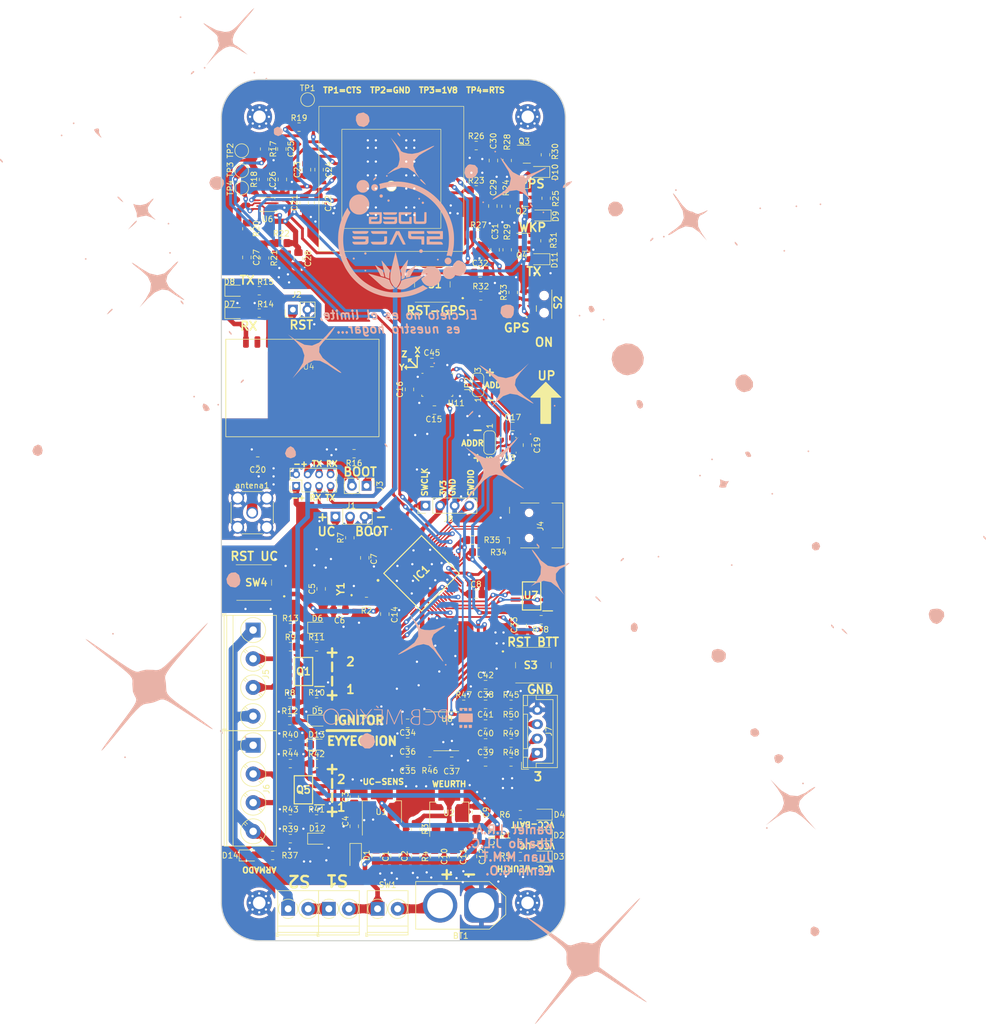
<source format=kicad_pcb>
(kicad_pcb (version 20240108) (generator "pcbnew") (generator_version "8.0")
  (layers (0 "F.Cu" signal) (31 "B.Cu" signal) (34 "B.Paste" user) (35 "F.Paste" user) (36 "B.SilkS" user "B.Silkscreen") (37 "F.SilkS" user "F.Silkscreen") (38 "B.Mask" user) (39 "F.Mask" user) (44 "Edge.Cuts" user))
  (net 0 "")
  (net 1 "ATN")
  (net 2 "TV_GNDT")
  (net 3 "Net-(BT1-+)")
  (net 4 "GND")
  (net 5 "Net-(D1-K)")
  (net 6 "Net-(IC1-PH0-OSC_IN)")
  (net 7 "Net-(Y1-CRYSTAL_1)")
  (net 8 "Net-(IC1-VCAP_2)")
  (net 9 "Net-(IC1-VCAP_1)")
  (net 10 "NRST")
  (net 11 "Net-(U2-ADJ)")
  (net 12 "+3.3V")
  (net 13 "RST")
  (net 14 "Net-(U11-CAP)")
  (net 15 "VCC-TV-3.3")
  (net 16 "3v3-ldo")
  (net 17 "Net-(U5-RX)")
  (net 18 "Net-(U5-TX)")
  (net 19 "VCCA")
  (net 20 "Net-(Q2-G)")
  (net 21 "Net-(Q3-G)")
  (net 22 "Net-(Q4-G)")
  (net 23 "Net-(D2-A)")
  (net 24 "Net-(D3-A)")
  (net 25 "Net-(D4-A)")
  (net 26 "Net-(D5-K)")
  (net 27 "IGN1")
  (net 28 "Net-(D6-K)")
  (net 29 "IGN2")
  (net 30 "Net-(D7-A)")
  (net 31 "Net-(D8-A)")
  (net 32 "Net-(D9-K)")
  (net 33 "Net-(D10-K)")
  (net 34 "Net-(D11-K)")
  (net 39 "Net-(IC1-PH1-OSC_OUT)")
  (net 48 "ALERT-BQ")
  (net 49 "Net-(U8-CAP1)")
  (net 50 "Net-(U8-REGOUT)")
  (net 54 "Net-(U8-BAT)")
  (net 55 "Net-(U8-VC0)")
  (net 56 "Net-(U8-VC3)")
  (net 57 "Net-(U8-VC2)")
  (net 61 "stmRXT")
  (net 62 "Net-(IC1-BOOT0)")
  (net 64 "SCL")
  (net 65 "SDA")
  (net 66 "Net-(J1-Pin_2)")
  (net 67 "Net-(J2-Pin_1)")
  (net 68 "Net-(J3-Pin_1)")
  (net 69 "Net-(JP2-C)")
  (net 72 "Net-(D14-A)")
  (net 73 "V-IGN")
  (net 74 "T1")
  (net 75 "T2")
  (net 76 "Net-(Q1-G1)")
  (net 77 "Net-(Q1-G2)")
  (net 78 "Net-(Q2-D)")
  (net 79 "Net-(Q3-D)")
  (net 80 "Net-(Q4-D)")
  (net 81 "+12V")
  (net 82 "Net-(U4-{slash}RX_IND)")
  (net 83 "Net-(U4-{slash}TX_IND)")
  (net 84 "RX-GNSS-3V3")
  (net 85 "TX-GNSS-1V8")
  (net 86 "CTS-GNSS-3v3")
  (net 87 "+1V8")
  (net 88 "wkp")
  (net 89 "1pps")
  (net 90 "Net-(S1-NO_1)")
  (net 91 "Net-(R33-Pad1)")
  (net 92 "ON-OFF")
  (net 94 "RSTIMU")
  (net 96 "Net-(S3-COM_1)")
  (net 101 "Net-(U6-B1)")
  (net 110 "TXD")
  (net 111 "RXT")
  (net 119 "RTS-1V8")
  (net 128 "TX-GNSS-3V3")
  (net 129 "Net-(S3-NO_1)")
  (net 132 "stmTXD")
  (net 133 "Net-(D12-K)")
  (net 134 "EYECCION1")
  (net 135 "Net-(D13-K)")
  (net 136 "EYECCION2")
  (net 137 "SCK")
  (net 138 "MOSI")
  (net 139 "CS")
  (net 140 "SWDIO")
  (net 141 "SWCLK")
  (net 142 "MISO")
  (net 143 "EY1")
  (net 144 "EY2")
  (net 145 "Net-(Q5-G1)")
  (net 146 "Net-(Q5-G2)")
  (net 147 "CELL_3")
  (net 148 "CELL_2")
  (net 149 "CELL_1")
  (net 155 "D-")
  (net 156 "D+")
  (net 161 "Net-(SW-ARM1A-B)")
  (net 169 "+3.3VP")
  (net 170 "Net-(JP1-C)")
  (footprint "Resistor_SMD:R_0805_2012Metric_Pad1.20x1.40mm_HandSolder" (layer "F.Cu") (at 76.5 108.7)
    (property "Reference" "R35")
    (property "Value" "4.7k")
  )
  (footprint "Capacitor_SMD:C_0805_2012Metric" (layer "F.Cu") (at 65.18125 147.227 180)
    (property "Reference" "C35")
    (property "Value" "1uf" (hide yes))
  )
  (footprint "MountingHole:MountingHole_2.2mm_M2_Pad_Via" (layer "F.Cu") (at 39.3375 34.95)
    (property "Reference" "GNDSCREW2" (hide yes))
    (property "Value" "Conn_01x01_Male" (hide yes))
  )
  (footprint "Capacitor_SMD:C_0805_2012Metric_Pad1.18x1.45mm_HandSolder" (layer "F.Cu") (at 49.638 49.9375 -90)
    (property "Reference" "C22")
    (property "Value" "4.7uf")
  )
  (footprint "space:NX3225GA16000MSTDCRG1" (layer "F.Cu") (at 53.5 117.2 90)
    (property "Reference" "Y1")
    (property "Value" "NX3225GA-16.000M-STD-CRG-1" (hide yes))
  )
  (footprint "Connector_Coaxial:SMA_Wurth_60312002114503_Vertical" (layer "F.Cu") (at 38.0725 103.9275)
    (property "Reference" "antena1")
    (property "Value" "Conn_Coaxial")
  )
  (footprint "LED_SMD:LED_0805_2012Metric" (layer "F.Cu") (at 49.4375 140.15)
    (property "Reference" "D5")
    (property "Value" "LED_Small" (hide yes))
  )
  (footprint "LED_SMD:LED_0805_2012Metric_Pad1.15x1.40mm_HandSolder" (layer "F.Cu") (at 88.338 52.1425 180)
    (property "Reference" "D9")
    (property "Value" "LED_Small")
  )
  (footprint "Resistor_SMD:R_0805_2012Metric_Pad1.20x1.40mm_HandSolder" (layer "F.Cu") (at 40.2375 59.55 -90)
    (property "Reference" "R21")
    (property "Value" "1.8k")
  )
  (footprint "Connector_PinHeader_2.54mm:PinHeader_1x04_P2.54mm_Vertical" (layer "F.Cu") (at 68.3 102.7 90)
    (property "Reference" "J8")
    (property "Value" "JTAG")
  )
  (footprint "Capacitor_SMD:C_0805_2012Metric_Pad1.18x1.45mm_HandSolder" (layer "F.Cu") (at 47.538 44.1625 -90)
    (property "Reference" "C23")
    (property "Value" "100pf")
  )
  (footprint "Connector_JST:JST_XH_B4B-XH-A_1x04_P2.50mm_Vertical" (layer "F.Cu") (at 87.78725 145.79 90)
    (property "Reference" "J7")
    (property "Value" "Conn_01x04_Socket")
  )
  (footprint "space:SOIC127P600X175-8M" (layer "F.Cu") (at 47.0005 152.215 180)
    (property "Reference" "Q5")
    (property "Value" "DMN2041LSD-13" (hide yes))
  )
  (footprint "Capacitor_SMD:C_0805_2012Metric_Pad1.18x1.45mm_HandSolder" (layer "F.Cu") (at 37.1375 59.45 -90)
    (property "Reference" "C27")
    (property "Value" "100nf")
  )
  (footprint "Capacitor_SMD:C_0805_2012Metric_Pad1.18x1.45mm_HandSolder" (layer "F.Cu") (at 80.038 50.4925 -90)
    (property "Reference" "C29")
    (property "Value" "100pf")
  )
  (footprint "Capacitor_SMD:C_0805_2012Metric" (layer "F.Cu") (at 78.77025 144.052)
    (property "Reference" "C40")
    (property "Value" "1uf" (hide yes))
  )
  (footprint "Connector_PinHeader_2.54mm:PinHeader_1x02_P2.54mm_Vertical" (layer "F.Cu") (at 45.1625 68.55 90)
    (property "Reference" "J2")
    (property "Value" "header rst")
  )
  (footprint "space:SW-WURT" (layer "F.Cu") (at 88.9875 67.6 -90)
    (property "Reference" "S2")
    (property "Value" "SW-WURT" (hide yes))
  )
  (footprint "Capacitor_SMD:C_0805_2012Metric_Pad1.18x1.45mm_HandSolder" (layer "F.Cu") (at 73.1995 163.829 -90)
    (property "Reference" "C11")
    (property "Value" "100nf" (hide yes))
  )
  (footprint "Resistor_SMD:R_0805_2012Metric" (layer "F.Cu") (at 83.21525 144.052)
    (property "Reference" "R49")
    (property "Value" "100" (hide yes))
  )
  (footprint "Resistor_SMD:R_0805_2012Metric" (layer "F.Cu") (at 83.21525 147.354)
    (property "Reference" "R48")
    (property "Value" "100" (hide yes))
  )
  (footprint "Resistor_SMD:R_0805_2012Metric_Pad1.20x1.40mm_HandSolder" (layer "F.Cu") (at 77.9375 66.15)
    (property "Reference" "R32")
    (property "Value" "10k")
  )
  (footprint "Resistor_SMD:R_0805_2012Metric_Pad1.20x1.40mm_HandSolder" (layer "F.Cu") (at 83.5875 65.55 90)
    (property "Reference" "R33")
    (property "Value" "10k")
  )
  (footprint "Capacitor_SMD:C_0805_2012Metric" (layer "F.Cu") (at 65.18125 140.623)
    (property "Reference" "C34")
    (property "Value" "1uf" (hide yes))
  )
  (footprint "LED_SMD:LED_0805_2012Metric_Pad1.15x1.40mm_HandSolder" (layer "F.Cu") (at 88.138 59.7625 180)
    (property "Reference" "D11")
    (property "Value" "LED_Small")
  )
  (footprint "space:PSB-WURT" (layer "F.Cu") (at 38.35 116.1 180)
    (property "Reference" "SW4")
    (property "Value" "PSB-WURT" (hide yes))
  )
  (footprint "Resistor_SMD:R_0805_2012Metric_Pad1.20x1.40mm_HandSolder" (layer "F.Cu") (at 55.8375 93.65 180)
    (property "Reference" "R16")
    (property "Value" "220")
  )
  (footprint "Capacitor_SMD:C_0805_2012Metric_Pad1.18x1.45mm_HandSolder" (layer "F.Cu") (at 50.1 117.2 -90)
    (property "Reference" "C5")
    (property "Value" "6pf")
  )
  (footprint "Connector_USB:USB_Mini-B_Lumberg_2486_01_Horizontal" (layer "F.Cu") (at 86.3625 106.15 90)
    (property "Reference" "J4")
    (property "Value" "USB_B_Mini")
  )
  (footprint "Capacitor_SMD:C_0805_2012Metric_Pad1.18x1.45mm_HandSolder" (layer "F.Cu") (at 49.738 44.1625 -90)
    (property "Reference" "C24")
    (property "Value" "4.7uf")
  )
  (footprint "space:STM32H503RBT6" (layer "F.Cu") (at 67.6 114.5 45)
    (property "Reference" "IC1")
    (property "Value" "STM32H503RBT6" (hide yes))
  )
  (footprint "Resistor_SMD:R_0805_2012Metric_Pad1.20x1.40mm_HandSolder" (layer "F.Cu") (at 58 119.4)
    (property "Reference" "R2")
    (property "Value" "50")
  )
  (footprint "Capacitor_SMD:C_0805_2012Metric_Pad1.18x1.45mm_HandSolder" (layer "F.Cu") (at 80.438 58.125 -90)
    (property "Reference" "C31")
    (property "Value" "100pf")
  )
  (footprint "Resistor_SMD:R_0805_2012Metric_Pad1.20x1.40mm_HandSolder" (layer "F.Cu") (at 39.3 69.15)
    (property "Reference" "R14")
    (property "Value" "220")
  )
  (footprint "Capacitor_SMD:C_0805_2012Metric_Pad1.18x1.45mm_HandSolder" (layer "F.Cu") (at 69.8975 163.829 -90)
    (property "Reference" "C10")
    (property "Value" "100nf" (hide yes))
  )
  (footprint "Resistor_SMD:R_0805_2012Metric_Pad1.20x1.40mm_HandSolder" (layer "F.Cu") (at 88.4625 122.585 180)
    (property "Reference" "R38")
    (property "Value" "10k")
  )
  (footprint "Capacitor_SMD:C_0805_2012Metric_Pad1.18x1.45mm_HandSolder" (layer "F.Cu") (at 69.85 86.05)
    (property "Reference" "C15")
    (property "Value" "1uf")
  )
  (footprint "Package_LGA:Bosch_LGA-8_2.5x2.5mm_P0.65mm_ClockwisePinNumbering" (layer "F.Cu") (at 82.75 92.136334 180)
    (property "Reference" "U3")
    (property "Value" "BME280")
  )
  (footprint "MountingHole:MountingHole_2.2mm_M2_Pad_Via" (layer "F.Cu") (at 86.0975 171.91)
    (property "Reference" "GNDSCREW3" (hide yes))
    (property "Value" "Conn_01x01_Male" (hide yes))
  )
  (footprint "Resistor_SMD:R_0805_2012Metric_Pad1.20x1.40mm_HandSolder" (layer "F.Cu") (at 77.538 55.4625)
    (property "Reference" "R27")
    (property "Value" "10k")
  )
  (footprint "space:PSB-WURT" (layer "F.Cu") (at 87.1 130.5)
    (property "Reference" "S3")
    (property "Value" "PSB-WURT" (hide yes))
  )
  (footprint "Resistor_SMD:R_0805_2012Metric_Pad1.20x1.40mm_HandSolder" (layer "F.Cu") (at 44.7225 160.724)
    (property "Reference" "R39")
    (property "Value" "220" (hide yes))
  )
  (footprint "space:tarvos-iii" (layer "F.Cu") (at 47.1375 84.35)
    (property "Reference" "U4")
    (property "Value" "TARVOS_III")
  )
  (footprint "LED_SMD:LED_0805_2012Metric" (layer "F.Cu") (at 88.7375 160.15 180)
    (property "Reference" "D2")
    (property "Value" "LED_Small" (hide yes))
  )
  (footprint "Capacitor_SMD:C_0805_2012Metric_Pad1.18x1.45mm_HandSolder" (layer "F.Cu") (at 46.1375 59.65 -90)
    (property "Reference" "C28")
    (property "Value" "100nf")
  )
  (footprint "Resistor_SMD:R_0805_2012Metric_Pad1.20x1.40mm_HandSolder" (layer "F.Cu") (at 82.338 50.53 -90)
    (property "Reference" "R24")
    (property "Value" "100k")
  )
  (footprint "Capacitor_SMD:C_0805_2012Metric_Pad1.18x1.45mm_HandSolder" (layer "F.Cu") (at 61.2 121.6 -90)
    (property "Reference" "C14")
    (property "Value" "0.1uf")
  )
  (footprint "Connector_AMASS:AMASS_XT60-M_1x02_P7.20mm_Vertical" (layer "F.Cu") (at 78.0375 172.35 180)
    (property "Reference" "BT1")
    (property "Value" "Battery")
  )
  (footprint "Capacitor_SMD:C_0805_2012Metric" (layer "F.Cu") (at 78.77025 147.354)
    (property "Reference" "C39")
    (property "Value" "1uf" (hide yes))
  )
  (footprint "Resistor_SMD:R_0805_2012Metric_Pad1.20x1.40mm_HandSolder" (layer "F.Cu") (at 49.2945 147.643 180)
    (property "Reference" "R42")
    (property "Value" "0" (hide yes))
  )
  (footprint "Resistor_SMD:R_0805_2012Metric_Pad1.20x1.40mm_HandSolder" (layer "F.Cu") (at 89.138 56.5625 90)
    (property "Reference" "R31")
    (property "Value" "2.2k")
  )
  (footprint "TerminalBlock_Phoenix:TerminalBlock_Phoenix_PT-1,5-4-5.0-H_1x04_P5.00mm_Horizontal" (layer "F.Cu") (at 38.2375 144.45 -90)
    (property "Reference" "J6")
    (property "Value" "Screw_Terminal_01x04")
  )
  (footprint "Resistor_SMD:R_0805_2012Metric_Pad1.20x1.40mm_HandSolder" (layer "F.Cu") (at 43.1375 56.95)
    (property "Reference" "R22")
    (property "Value" "1.5k")
  )
  (footprint "space:Erinome-l" (layer "F.Cu") (at 53.703 37.1275)
    (property "Reference" "U5" (hide yes))
    (property "Value" "ERINOME-l")
  )
  (footprint "Connector_PinHeader_2.54mm:PinHeader_1x02_P2.54mm_Vertical" (layer "F.Cu") (at 58.0125 99.25 -90)
    (property "Reference" "J3")
    (property "Value" "Conn_01x02_Pin")
  )
  (footprint "TestPoint:TestPoint_Pad_D2.0mm" (layer "F.Cu") (at 36.2375 44.35 90)
    (property "Reference" "TP3")
    (property "Value" "1v8")
  )
  (footprint "LED_SMD:LED_0805_2012Metric" (layer "F.Cu") (at 49.2945 144.341)
    (property "Reference" "D13")
    (property "Value" "LED_Small" (hide yes))
  )
  (footprint "Resistor_SMD:R_0805_2012Metric_Pad1.20x1.40mm_HandSolder" (layer "F.Cu") (at 77.138 47.6925)
    (property "Reference" "R23")
    (property "Value" "10k")
  )
  (footprint "LED_SMD:LED_0805_2012Metric" (layer "F.Cu") (at 37.481183 163.650241)
    (property "Reference" "D14")
    (property "Value" "LED_Small")
  )
  (footprint "LED_SMD:LED_0805_2012Metric_Pad1.15x1.40mm_HandSolder" (layer "F.Cu") (at 88.113 44.5625 180)
    (property "Reference" "D10")
    (property "Value" "LED_Small")
  )
  (footprint "Capacitor_SMD:C_0805_2012Metric_Pad1.18x1.45mm_HandSolder" (layer "F.Cu") (at 47.138 49.9625 -90)
    (property "Reference" "C21")
    (property "Value" "100pf")
  )
  (footprint "Resistor_SMD:R_0805_2012Metric_Pad1.20x1.40mm_HandSolder" (layer "F.Cu") (at 84.83675 163.85)
    (property "Reference" "R5")
    (property "Value" "220" (hide yes))
  )
  (footprint "Package_LGA:LGA-28_5.2x3.8mm_P0.5mm" (layer "F.Cu") (at 70.35 81.65)
    (property "Reference" "U11")
    (property "Value" "BNO055")
  )
  (footprint "Resistor_SMD:R_0805_2012Metric_Pad1.20x1.40mm_HandSolder" (layer "F.Cu") (at 77.5 110.8)
    (property "Reference" "R34")
    (property "Value" "4.7k")
  )
  (footprint "Package_SO:TSSOP-20_4.4x6.5mm_P0.65mm" (layer "F.Cu") (at 71.91225 142.02)
    (property "Reference" "U8")
    (property "Value" "BQ76920PW" (hide yes))
  )
  (footprint "Resistor_SMD:R_0805_2012Metric_Pad1.20x1.40mm_HandSolder" (layer "F.Cu") (at 89.213 41.5625 90)
    (property "Reference" "R30")
    (property "Value" "1k")
  )
  (footprint "Resistor_SMD:R_0805_2012Metric_Pad1.20x1.40mm_HandSolder" (layer "F.Cu") (at 55.1 108.3 -90)
    (property "Reference" "R7")
    (property "Value" "100k")
  )
  (footprint "LED_SMD:LED_0805_2012Metric" (layer "F.Cu") (at 35 69.15)
    (property "Reference" "D7")
    (property "Value" "LED_Small")
  )
  (footprint "Jumper:SolderJumper-3_P1.3mm_Open_RoundedPad1.0x1.5mm_NumberLabels" (layer "F.Cu") (at 79.475 91.711334 -90)
    (property "Reference" "JP1")
    (property "Value" "Jumper_3_Open")
  )
  (footprint "Resistor_SMD:R_0805_2012Metric_Pad1.20x1.40mm_HandSolder" (layer "F.Cu") (at 89.338 49.1425 90)
    (property "Reference" "R25")
    (property "Value" "2.2k")
  )
  (footprint "space:udeg-space-lema" (layer "F.Cu") (at 64.7 110.3)
    (property "Reference" "REF**" (hide yes))
    (property "Value" "udeg-space-lema")
  )
  (footprint "Capacitor_SMD:C_0805_2012Metric_Pad1.18x1.45mm_HandSolder" (layer "F.Cu") (at 77.1895 156.1265 90)
    (property "Reference" "C9")
    (property "Value" "100nf" (hide yes))
  )
  (footprint "Capacitor_SMD:C_0805_2012Metric_Pad1.18x1.45mm_HandSolder" (layer "F.Cu") (at 77.1 118.1)
    (property "Reference" "C8")
    (property "Value" "6pf")
  )
  (footprint "Capacitor_SMD:C_0805_2012Metric_Pad1.18x1.45mm_HandSolder" (layer "F.Cu") (at 53.3 121 180)
    (property "Reference" "C6")
    (property "Value" "6pf")
  )
  (footprint "Resistor_SMD:R_0805_2012Metric_Pad1.20x1.40mm_HandSolder" (layer "F.Cu") (at 49.2945 157.295 180)
    (property "Reference" "R41")
    (property "Value" "0" (hide yes))
  )
  (footprint "Resistor_SMD:R_0805_2012Metric" (layer "F.Cu") (at 83.21525 140.75)
    (property "Reference" "R50")
    (property "Value" "100" (hide yes))
  )
  (footprint "Capacitor_SMD:C_0805_2012Metric_Pad1.18x1.45mm_HandSolder" (layer "F.Cu") (at 79.7395 163.829 -90)
    (property "Reference" "C13")
    (property "Value" "100uf" (hide yes))
  )
  (footprint "Capacitor_SMD:C_0805_2012Metric" (layer "F.Cu") (at 72.86225 147.227 180)
    (property "Reference" "C37")
    (property "Value" "10uf" (hide yes))
  )
  (footprint "Capacitor_SMD:C_0805_2012Metric" (layer "F.Cu") (at 78.77025 140.75 180)
    (property "Reference" "C41")
    (property "Value" "1uf" (hide yes))
  )
  (footprint "LED_SMD:LED_0805_2012Metric" (layer "F.Cu") (at 49.4215 160.724)
    (property "Reference" "D12")
    (property "Value" "LED_Small" (hide yes))
  )
  (footprint "Capacitor_SMD:C_0805_2012Metric_Pad1.18x1.45mm_HandSolder" (layer "F.Cu") (at 86.075 92.148834 -90)
    (property "Reference" "C19")
    (property "Value" "100nf")
  )
  (footprint "Diode_SMD:D_SOD-123F" (layer "F.Cu") (at 56.1175 163.7745 -90)
    (property "Reference" "D1")
    (property "Value" "1N5400" (hide yes))
  )
  (footprint "Capacitor_SMD:C_0805_2012Metric_Pad1.18x1.45mm_HandSolder" (layer "F.Cu") (at 80.138 42.5625 -90)
    (property "Reference" "C30")
    (property "Value" "100pf")
  )
  (footprint "MountingHole:MountingHole_2.2mm_M2_Pad_Via" (layer "F.Cu") (at 86.1375 34.95)
    (property "Reference" "GNDSCREW1" (hide yes))
    (property "Value" "Conn_01x01_Male" (hide yes))
  )
  (footprint "Resistor_SMD:R_0805_2012Metric_Pad1.20x1.40mm_HandSolder" (layer "F.Cu") (at 39.3 65.25)
    (property "Reference" "R15")
    (property "Value" "220")
  )
  (footprint "Resistor_SMD:R_0805_2012Metric" (layer "F.Cu") (at 83.21525 137.321 180)
    (property "Reference" "R45")
    (property "Value" "10k" (hide yes))
  )
  (footprint "Resistor_SMD:R_0805_2012Metric_Pad1.20x1.40mm_HandSolder" (layer "F.Cu") (at 44.7225 144.341 180)
    (property "Reference" "R40")
    (property "Value" "220" (hide yes))
  )
  (footprint "Package_TO_SOT_SMD:SOT-23" (layer "F.Cu") (at 85.963 41.4625)
    (property "Reference" "Q3")
    (property "Value" "BSS138")
  )
  (footprint "Resistor_SMD:R_0805_2012Metric_Pad1.20x1.40mm_HandSolder" (layer "F.Cu") (at 44.6115 140.15)
    (property "Reference" "R12")
    (property "Value" "220" (hide yes))
  )
  (footprint "space:udeg-space-team" (layer "F.Cu") (at 84.83675 163.85)
    (property "Reference" "REF**" (hide yes))
    (property "Value" "udeg-space-team" (hide yes))
  )
  (footprint "Resistor_SMD:R_0805_2012Metric_Pad1.20x1.40mm_HandSolder" (layer "F.Cu") (at 40.038 45.8625 90)
    (property "Reference" "R18")
    (property "Value" "100")
  )
  (footprint "Resistor_SMD:R_0805_2012Metric_Pad1.20x1.40mm_HandSolder" (layer "F.Cu") (at 41.6375 163.65 180)
    (property "Reference" "R37")
    (property "Value" "1k")
  )
  (footprint "Resistor_SMD:R_0805_2012Metric_Pad1.20x1.40mm_HandSolder" (layer "F.Cu") (at 44.7385 123.981 180)
    (property "Reference" "R13")
    (property "Value" "220" (hide yes))
  )
  (footprint "TerminalBlock_Phoenix:TerminalBlock_Phoenix_PT-1,5-4-5.0-H_1x04_P5.00mm_Horizontal" (layer "F.Cu") (at 38.2295 124.377 -90)
    (property "Reference" "J5")
    (property "Value" "Screw_Terminal_01x04")
  )
  (footprint "LED_SMD:LED_0805_2012Metric" (layer "F.Cu") (at 35 65.25)
    (property "Reference" "D8")
    (property "Value" "LED_Small")
  )
  (footprint "Connector_PinHeader_2.00mm:PinHeader_2x04_P2.00mm_Vertical" (layer "F.Cu") (at 45.7375 99.25 90)
    (property "Reference" "COMM-TRV1" (hide yes))
    (property "Value" "Conn_02x04_Odd_Even")
  )
  (footprint "Capacitor_SMD:C_0805_2012Metric_Pad1.18x1.45mm_HandSolder" (layer "F.Cu") (at 65.5 82.45 90)
    (property "Reference" "C16")
    (property "Value" "100nf")
  )
  (footprint "TerminalBlock_Phoenix:TerminalBlock_Phoenix_PT-1,5-2-3.5-H_1x02_P3.50mm_Horizontal" (layer "F.Cu") (at 51.4375 172.95)
    (property "Reference" "SW-PIR1" (hide yes))
    (property "Value" "on-bt1")
  )
  (footprint "Resistor_SMD:R_0805_2012Metric_Pad1.20x1.40mm_HandSolder" (layer "F.Cu") (at 37.1375 54.45 -90)
    (property "Reference" "R20")
    (property "Value" "0")
  )
  (footprint "Resistor_SMD:R_0805_2012Metric_Pad1.20x1.40mm_HandSolder" (layer "F.Cu") (at 82.538 58.125 -90)
    (property "Reference" "R29")
    (property "Value" "100k")
  )
  (footprint "Capacitor_SMD:C_0805_2012Metric_Pad1.18x1.45mm_HandSolder" (layer "F.Cu") (at 69.4125 77.75)
    (property "Reference" "C45")
    (property "Value" "100nf")
  )
  (footprint "Resistor_SMD:R_0805_2012Metric_Pad1.20x1.40mm_HandSolder" (layer "F.Cu") (at 84.83675 156.55)
    (property "Reference" "R6")
    (property "Value" "1k" (hide yes))
  )
  (footprint "Resistor_SMD:R_0805_2012Metric_Pad1.20x1.40mm_HandSolder" (layer "F.Cu") (at 44.7225 157.295 180)
    (property "Reference" "R43")
    (property "Value" "10k" (hide yes))
  )
  (footprint "Capacitor_SMD:C_0805_2012Metric" (layer "F.Cu") (at 78.77025 133.892 180)
    (property "Reference" "C42")
    (property "Value" "1uf" (hide yes))
  )
  (footprint "space:SOIC127P600X175-8M" (layer "F.Cu") (at 47.0165 131.601 180)
    (property "Reference" "Q1")
    (property "Value" "DMN2041LSD-13" (hide yes))
  )
  (footprint "TestPoint:TestPoint_Pad_D2.0mm" (layer "F.Cu") (at 36.2375 40.85 90)
    (property "Reference" "TP2")
    (property "Value" "GND")
  )
  (footprint "Jumper:SolderJumper-3_P1.3mm_Open_RoundedPad1.0x1.5mm_NumberLabels" (layer "F.Cu") (at 77.45 81.65 90)
    (property "Reference" "JP2")
    (property "Value" "Jumper_3_Open")
  )
  (footprint "Resistor_SMD:R_0805_2012Metric_Pad1.20x1.40mm_HandSolder" (layer "F.Cu") (at 82.538 42.5625 -90)
    (property "Reference" "R28")
    (property "Value" "100k")
  )
  (footprint "Connector_PinHeader_2.54mm:PinHeader_1x03_P2.54mm_Vertical" (layer "F.Cu") (at 52.5975 104.6 90)
    (property "Reference" "J1")
    (property "Value" "Conn_01x03_Pin")
  )
  (footprint "LED_SMD:LED_0805_2012Metric" (layer "F.Cu") (at 49.4375 123.981)
    (property "Reference" "D6")
    (property "Value" "LED_Small" (hide yes))
  )
  (footprint "Resistor_SMD:R_0805_2012Metric_Pad1.20x1.40mm_HandSolder" (layer "F.Cu") (at 40.238 40.5625 90)
    (property "Reference" "R17")
    (property "Value" "100")
  )
  (footprint "Resistor_SMD:R_0805_2012Metric_Pad1.20x1.40mm_HandSolder" (layer "F.Cu") (at 46.2375 36.75 180)
    (property "Reference" "R19")
    (property "Value" "10k")
  )
  (footprint "TestPoint:TestPoint_Pad_D2.0mm" (layer "F.Cu") (at 36.2375 47.35 90)
    (property "Reference" "TP4")
    (property "Value" "RTS")
  )
  (footprint "Resistor_SMD:R_0805_2012Metric" (layer "F.Cu") (at 69.05225 147.227 180)
    (property "Reference" "R46")
    (property "Value" "100" (hide yes))
  )
  (footprint "Capacitor_SMD:C_0805_2012Metric" (layer "F.Cu") (at 78.77025 137.321)
    (property "Reference" "C38")
    (property "Value" "1uf" (hide yes))
  )
  (footprint "Capacitor_SMD:C_0805_2012Metric_Pad1.18x1.45mm_HandSolder" (layer "F.Cu") (at 57.7 111.8 90)
    (property "Reference" "C7")
    (property "Value" "6pf")
  )
  (footprint "Capacitor_SMD:C_0805_2012Metric_Pad1.18x1.45mm_HandSolder" (layer "F.Cu") (at 43.338 45.8625 90)
    (property "Reference" "C26")
    (property "Value" "18pf")
  )
  (footprint "Resistor_SMD:R_0805_2012Metric_Pad1.20x1.40mm_HandSolder" (layer "F.Cu") (at 66.5955 163.829 -90)
    (property "Reference" "R4")
    (property "Value" "196" (hide yes))
  )
  (footprint "TerminalBlock_Phoenix:TerminalBlock_Phoenix_PT-1,5-2-3.5-H_1x02_P3.50mm_Horizontal" (layer "F.Cu") (at 59.9375 172.95)
    (property "Reference" "SW1")
    (property "Value" "MAIN")
  )
  (footprint "Capacitor_SMD:C_0805_2012Metric_Pad1.18x1.45mm_HandSolder" (layer "F.Cu") (at 62.9755 163.7745 -90)
    (property "Reference" "C2")
    (property "Value" "100nf" (hide yes))
  )
  (footprint "TestPoint:TestPoint_Pad_D2.0mm" (layer "F.Cu") (at 47.7375 31.95)
    (property "Reference" "TP1")
    (property "Value" "CTS")
  )
  (footprint "Package_TO_SOT_SMD:SOT-223-3_TabPin2" (layer "F.Cu") (at 72.4375 156.257 90)
    (property "Reference" "U2")
    (property "Value" "TLV1117-ADJ" (hide yes))
  )
  (footprint "Resistor_SMD:R_0805_2012Metric_Pad1.20x1.40mm_HandSolder" (layer "F.Cu") (at 66.5955 159.067 -90)
    (property "Reference" "R3")
    (property "Value" "120" (hide yes))
  )
  (footprint "TerminalBlock_Phoenix:TerminalBlock_Phoenix_PT-1,5-2-3.5-H_1x02_P3.50mm_Horizontal" (layer "F.Cu") (at 44.3375 172.95)
    (property "Reference" "SW-ARM1" (hide yes))
    (property "Value" "on-bt1")
  )
  (footprint "LED_SMD:LED_0805_2012Metric" (layer "F.Cu") (at 88.7 163.85 180)
    (property "Reference" "D3")
    (property "Value" "LED_Small" (hide yes))
  )
  (footprint "Resistor_SMD:R_0805_2012Metric" (layer "F.Cu") (at 74.96025 137.321 180)
    (property "Reference" "R47")
    (property "Value" "100" (hide yes))
  )
  (footprint "Capacitor_SMD:C_0805_2012Metric_Pad1.18x1.45mm_HandSolder" (layer "F.Cu") (at 43.238 40.5625 90)
    (property "Reference" "C25")
    (property "Value" "18pf")
  )
  (footprint "Resistor_SMD:R_0805_2012Metric_Pad1.20x1.40mm_HandSolder" (layer "F.Cu") (at 44.7385 127.283 180)
    (property "Reference" "R9")
    (property "Value" "10k" (hide yes))
  )
  (footprint "Capacitor_SMD:C_0805_2012Metric_Pad1.18x1.45mm_HandSolder" (layer "F.Cu") (at 83.5125 88.911334)
    (property "Reference" "C17")
    (property "Value" "100nf")
  )
  (footprint "space:PSB-WURT" (layer "F.Cu") (at 69.4875 64.15 180)
    (property "Reference" "S1")
    (property "Value" "PSB-WURT" (hide yes))
  )
  (footprint "Resistor_SMD:R_0805_2012Metric_Pad1.20x1.40mm_HandSolder" (layer "F.Cu") (at 44.7225 147.643 180)
    (property "Reference" "R44")
    (property "Value" "10k" (hide yes))
  )
  (footprint "Capacitor_SMD:C_0805_2012Metric_Pad1.18x1.45mm_HandSolder" (layer "F.Cu") (at 39.0375 94.95)
    (property "Reference" "C20")
    (property "Value" "100uf")
  )
  (footprint "Capacitor_SMD:C_0805_2012Metric_Pad1.18x1.45mm_HandSolder" (layer "F.Cu") (at 55.8635 153.4845 90)
    (property "Reference" "C3")
    (property "Value" "10uf" (hide yes))
  )
  (footprint "Capacitor_SMD:C_0805_2012Metric_Pad1.18x1.45mm_HandSolder" (layer "F.Cu") (at 59.6735 163.7745 -90)
    (property "Reference" "C1")
    (property "Value" "10uf" (hide yes))
  )
  (footprint "Resistor_SMD:R_0805_2012Metric_Pad1.20x1.40mm_HandSolder" (layer "F.Cu") (at 84.87425 160.15 180)
    (property "Reference" "R1")
    (property "Value" "220" (hide yes))
  )
  (footprint "Resistor_SMD:R_0805_2012Metric_Pad1.20x1.40mm_HandSolder" (layer "F.Cu") (at 44.6115 136.975 180)
    (property "Reference" "R8")
    (property "Value" "10k" (hide yes))
  )
  (footprint "Capacitor_SMD:C_0805_2012Metric_Pad1.18x1.45mm_HandSolder" (layer "F.Cu") (at 77.8375 62.15)
    (property "Reference" "C32")
    (property "Value" "1uf")
  )
  (footprint "Capacitor_SMD:C_0805_2012Metric_Pad1.18x1.45mm_HandSolder" (layer "F.Cu") (at 76.5015 163.829 -90)
    (property "Reference" "C12")
    (property "Value" "1uf" (hide yes))
  )
  (footprint "Resistor_SMD:R_0805_2012Metric_Pad1.20x1.40mm_HandSolder" (layer "F.Cu") (at 49.3105 127.283 180)
    (property "Reference" "R11")
    (property "Value" "0" (hide yes))
  )
  (footprint "Package_TO_SOT_SMD:SOT-223-3_TabPin2" (layer "F.Cu") (at 60.6895 156.0245 90)
    (property "Reference" "U1")
    (property "Value" "LD1117S33TR_SOT223" (hide yes))
  )
  (footprint "LED_SMD:LED_0805_2012Metric" (layer "F.Cu") (at 88.7 156.55 180)
    (property "Reference" "D4")
    (property "Value" "LED_Small" (hide yes))
  )
  (footprint "Package_TO_SOT_SMD:SOT-23" (layer "F.Cu") (at 85.8755 56.8125)
    (property "Reference" "Q4")
    (property "Value" "BSS138")
  )
  (footprint "Package_SO:VSSOP-8_2.4x2.1mm_P0.5mm" (layer "F.Cu") (at 40.7375 50.25 180)
    (property "Reference" "U6")
    (property "Value" "TXB0102DCU")
  )
  (footprint "Capacitor_SMD:C_0805_2012Metric" (layer "F.Cu") (at 65.18125 143.925)
    (property "Reference" "C36")
    (property "Value" "4.7uf" (hide yes))
  )
  (footprint "Capacitor_SMD:C_0805_2012Metric_Pad1.18x1.45mm_HandSolder" (layer "F.Cu") (at 85.1625 123.585 90)
    (property "Reference" "C33")
    (property "Value" "100nf")
  )
  (footprint "Resistor_SMD:R_0805_2012Metric_Pad1.20x1.40mm_HandSolder" (layer "F.Cu") (at 49.3025 136.935 180)
    (property "Reference" "R10")
    (property "Value" "0" (hide yes))
  )
  (footprint "Resistor_SMD:R_0805_2012Metric_Pad1.20x1.40mm_HandSolder" (layer "F.Cu") (at 77.138 39.9625)
    (property "Reference" "R26")
    (property "Value" "10k")
  )
  (footprint "MountingHole:MountingHole_2.2mm_M2_Pad_Via" (layer "F.Cu") (at 39.297499 171.91)
    (property "Reference" "GNDSCREW4" (hide yes))
    (property "Value" "Conn_01x01_Male" (hide yes))
  )
  (footprint "Package_TO_SOT_SMD:SOT-23" (layer "F.Cu") (at 85.6755 49.0125)
    (property "Reference" "Q2")
    (property "Value" "BSS138")
  )
  (footprint "space:SOIC127P600X175-8M" (layer "F.Cu") (at 86.8 118.435 180)
    (property "Reference" "U7")
    (property "Value" "W25Q128JVS" (hide yes))
  )
  (footprint "Capacitor_SMD:C_0805_2012Metric_Pad1.18x1.45mm_HandSolder" (layer "F.Cu") (at 55.8635 158.5645 -90)
    (property "Reference" "C4")
    (property "Value" "100nf" (hide yes))
  )
  (footprint "space:udeg-space-logo" (layer "B.Cu") (at 62.966901 56.292784 180)
    (property "Reference" "REF**" (hide yes))
    (property "Value" "udeg-space-logo")
  )
  (footprint "space:cielo" (layer "B.Cu") (at 86.4 74)
    (property "Reference" "G***" (hide yes))
    (property "Value" "LOGO" (hide yes))
  )
  (footprint "space:pcb-mexico" (layer "B.Cu") (at 63.661962 139.302277 180)
    (property "Reference" "G***" (hide yes))
    (property "Value" "LOGO" (hide yes))
  )
  (gr_line (start 51.1 141.9) (end 58.6 141.9) (stroke (width 0.5)) (layer "F.SilkS"))
  (gr_rect (start 88.424856 83.837572) (end 90.1 88.362428) (stroke (width 0.2)) (fill solid) (layer "F.SilkS"))
  (gr_poly (pts (xy 67.1629 76.7) (xy 66.8629 76.4) (xy 66.5629 76.7)) (stroke (width 0.2)) (fill solid) (layer "F.SilkS"))
  (gr_poly (pts (xy 86.712428 83.787572) (xy 91.812428 83.787572) (xy 89.262428 81.237572)) (stroke (width 0.2)) (fill solid) (layer "F.SilkS"))
  (gr_line (start 66.7129 78.45) (end 65.6129 77.35) (stroke (width 0.2)) (layer "F.SilkS"))
  (gr_poly (pts (xy 65.327239 77.135661) (xy 65.327239 77.635661) (xy 65.827239 77.135661)) (stroke (width 0.2)) (fill solid) (layer "F.SilkS"))
  (gr_rect (start 65.0629 78.6) (end 66.8629 78.6254) (stroke (width 0.2)) (fill none) (layer "F.SilkS"))
  (gr_poly (pts (xy 64.9629 78.3) (xy 64.6629 78.6) (xy 64.9629 78.9)) (stroke (width 0.2)) (fill solid) (layer "F.SilkS"))
  (gr_rect (start 66.8375 76.8) (end 66.8629 78.6) (stroke (width 0.2)) (fill none) (layer "F.SilkS"))
  (gr_line (start 65.567305 77.395595) (end 66.667305 78.495595) (stroke (width 0.2)) (layer "F.SilkS"))
  (gr_arc (start 92.6975 171.91) (mid 90.764405 176.576905) (end 86.0975 178.51) (stroke (width 0.2)) (layer "Edge.Cuts"))
  (gr_line (start 92.6975 35.05) (end 92.6975 171.91) (stroke (width 0.2)) (layer "Edge.Cuts"))
  (gr_line (start 39.2975 28.45) (end 86.0975 28.45) (stroke (width 0.2)) (layer "Edge.Cuts"))
  (gr_arc (start 39.2975 178.51) (mid 34.630595 176.576905) (end 32.6975 171.91) (stroke (width 0.2)) (layer "Edge.Cuts"))
  (gr_arc (start 32.6975 35.05) (mid 34.630595 30.383095) (end 39.2975 28.45) (stroke (width 0.2)) (layer "Edge.Cuts"))
  (gr_line (start 32.6975 35.05) (end 32.6975 171.91) (stroke (width 0.2)) (layer "Edge.Cuts"))
  (gr_line (start 86.0975 178.51) (end 39.2975 178.51) (stroke (width 0.2)) (layer "Edge.Cuts"))
  (gr_arc (start 86.0975 28.45) (mid 90.764405 30.383095) (end 92.6975 35.05) (stroke (width 0.2)) (layer "Edge.Cuts"))
  (gr_text "+\n\n-" (at 78.4 85.1 0) (layer "F.SilkS") (effects (font (size 1.5 1.5) (thickness 0.3) (bold yes)) (justify left bottom)))
  (gr_text "VCC-UC" (at 90.972667 161.384212 180) (layer "F.SilkS") (effects (font (size 1 1) (thickness 0.25) (bold yes)) (justify left bottom)))
  (gr_text "2\n\n1" (at 52.7 156.1 0) (layer "F.SilkS") (effects (font (size 1.5 1.5) (thickness 0.3) (bold yes)) (justify left bottom)))
  (gr_text "ADDR" (at 78.45 82.3 0) (layer "F.SilkS") (effects (font (size 1 1) (thickness 0.25) (bold yes)) (justify left bottom)))
  (gr_text "BOOT" (at 53.8 97.7 0) (layer "F.SilkS") (effects (font (size 1.5 1.5) (thickness 0.3) (bold yes)) (justify left bottom)))
  (gr_text "S2" (at 48.4375 166.95 180) (layer "F.SilkS") (effects (font (size 2 2) (thickness 0.4) (bold yes)) (justify left bottom)))
  (gr_text "ADDR" (at 74.4 92.4 0) (layer "F.SilkS") (effects (font (size 1 1) (thickness 0.25) (bold yes)) (justify left bottom)))
  (gr_text "1PPS" (at 83 47.5 0) (layer "F.SilkS") (effects (font (size 1.5 1.5) (thickness 0.3) (bold yes)) (justify left bottom)))
  (gr_text "-+ RX TX" (at 44.7 101.9 0) (layer "F.SilkS") (effects (font (size 1 1) (thickness 0.25) (bold yes)) (justify left bottom)))
  (gr_text "+--+" (at 53.0375 137.25 90) (layer "F.SilkS") (effects (font (size 2 2) (thickness 0.4) (bold yes)) (justify left bottom)))
  (gr_text "+" (at 49.2 105.5 0) (layer "F.SilkS") (effects (font (size 1.5 1.5) (thickness 0.3) (bold yes)) (justify left bottom)))
  (gr_text "VCC-WEURTH" (at 90.9375 165.35 180) (layer "F.SilkS") (effects (font (size 1 1) (thickness 0.25) (bold yes)) (justify left bottom)))
  (gr_text "UP" (at 87.662428 80.937572 0) (layer "F.SilkS") (effects (font (size 1.5 1.5) (thickness 0.3) (bold yes)) (justify left bottom)))
  (gr_text "TX" (at 35.7 64.3 0) (layer "F.SilkS") (effects (font (size 1.5 1.5) (thickness 0.3) (bold yes)) (justify left bottom)))
  (gr_text "S1" (at 55.0375 166.85 180) (layer "F.SilkS") (effects (font (size 2 2) (thickness 0.4) (bold yes)) (justify left bottom)))
  (gr_text "EYYECCION" (at 50.9 144.6 0) (layer "F.SilkS") (effects (font (size 1.5 1.5) (thickness 0.375) (bold yes)) (justify left bottom)))
  (gr_text "RST-GPS" (at 64.8 69.6 0) (layer "F.SilkS") (effects (font (size 1.5 1.5) (thickness 0.3) (bold yes)) (justify left bottom)))
  (gr_text "UC-SENS" (at 57.2 151.4 0) (layer "F.SilkS") (effects (font (size 1 1) (thickness 0.25) (bold yes)) (justify left bottom)))
  (gr_text "ON" (at 87.2 75.1 0) (layer "F.SilkS") (effects (font (size 1.5 1.5) (thickness 0.3) (bold yes)) (justify left bottom)))
  (gr_text "ARMADO" (at 42.4375 165.55 180) (layer "F.SilkS") (effects (font (size 1 1) (thickness 0.25) (bold yes)) (justify left bottom)))
  (gr_text "+--+" (at 53.0375 157.55 90) (layer "F.SilkS") (effects (font (size 2 2) (thickness 0.4) (bold yes)) (justify left bottom)))
  (gr_text "WEURTH" (at 69.3 151.8 0) (layer "F.SilkS") (effects (font (size 1 1) (thickness 0.25) (bold yes)) (justify left bottom)))
  (gr_text "RST BTT" (at 82.3625 127.35 0) (layer "F.SilkS") (effects (font (size 1.5 1.5) (thickness 0.3) (bold yes)) (justify left bottom)))
  (gr_text "X" (at 66.2629 76.2 0) (layer "F.SilkS") (effects (font (size 1 1) (thickness 0.25) (bold yes)) (justify left bottom)))
  (gr_text "RX" (at 35.8 72.3 0) (layer "F.SilkS") (effects (font (size 1.5 1.5) (thickness 0.3) (bold yes)) (justify left bottom)))
  (gr_text "VCC-BATT" (at 90.894383 157.669511 180) (layer "F.SilkS") (effects (font (size 1 1) (thickness 0.25) (bold yes)) (justify left bottom)))
  (gr_text "3" (at 87 150.8 0) (layer "F.SilkS") (effects (font (size 1.5 1.5) (thickness 0.3) (bold yes)) (justify left bottom)))
  (gr_text "Z" (at 63.9629 76.9 0) (layer "F.SilkS") (effects (font (size 1 1) (thickness 0.25) (bold yes)) (justify left bottom)))
  (gr_text "GPS" (at 81.8 72.6 0) (layer "F.SilkS") (effects (font (size 1.5 1.5) (thickness 0.3) (bold yes)) (justify left bottom)))
  (gr_text "RST" (at 44.4 72.1 0) (layer "F.SilkS") (effects (font (size 1.5 1.5) (thickness 0.3) (bold yes)) (justify left bottom)))
  (gr_text "Y" (at 63.5629 79.2 0) (layer "F.SilkS") (effects (font (size 1 1) (thickness 0.25) (bold yes)) (justify left bottom)))
  (gr_text "TP1=CTS  TP2=GND  TP3=1V8  TP4=RTS" (at 50.3 30.9 0) (layer "F.SilkS") (effects (font (size 1 1) (thickness 0.25) (bold yes)) (justify left bottom)))
  (gr_text "GND" (at 85.8 135.6 0) (layer "F.SilkS") (effects (font (size 1.5 1.5) (thickness 0.3) (bold yes)) (justify left bottom)))
  (gr_text "+\n\n-" (at 78.5 88.8 180) (layer "F.SilkS") (effects (font (size 1.5 1.5) (thickness 0.3) (bold yes)) (justify left bottom)))
  (gr_text "-" (at 59.4 105.5 0) (layer "F.SilkS") (effects (font (size 1.5 1.5) (thickness 0.3) (bold yes)) (justify left bottom)))
  (gr_text "-+ TX RX" (at 45.1 96 0) (layer "F.SilkS") (effects (font (size 1 1) (thickness 0.25) (bold yes)) (justify left bottom)))
  (gr_text "BOOT" (at 55.835 108.072936 0) (layer "F.SilkS") (effects (font (size 1.5 1.5) (thickness 0.3) (bold yes)) (justify left bottom)))
  (gr_text "UC" (at 49.3 108.1 0) (layer "F.SilkS") (effects (font (size 1.5 1.5) (thickness 0.3) (bold yes)) (justify left bottom)))
  (gr_text "RST UC" (at 34.1 112.4 0) (layer "F.SilkS") (effects (font (size 1.5 1.5) (thickness 0.3) (bold yes)) (justify left bottom)))
  (gr_text "2\n\n1" (at 54.3 135.6 0) (layer "F.SilkS") (effects (font (size 1.5 1.5) (thickness 0.3) (bold yes)) (justify left bottom)))
  (gr_text "WKP" (at 84.4 55.1 0) (layer "F.SilkS") (effects (font (size 1.5 1.5) (thickness 0.3) (bold yes)) (justify left bottom)))
  (gr_text "IGNITOR" (at 52.1 141 0) (layer "F.SilkS") (effects (font (size 1.5 1.5) (thickness 0.375) (bold yes)) (justify left bottom)))
  (gr_text "+ -" (at 70.5 168 0) (layer "F.SilkS") (effects (font (size 2 2) (thickness 0.4) (bold yes)) (justify left bottom)))
  (gr_text "SWCLK\n\n3V3\nGND\n\nSWDIO" (at 76.8 101.2 90) (layer "F.SilkS") (effects (font (size 1 1) (thickness 0.25) (bold yes)) (justify left bottom)))
  (gr_text "TX" (at 85.7 62.8 0) (layer "F.SilkS") (effects (font (size 1.5 1.5) (thickness 0.3) (bold yes)) (justify left bottom)))
  (segment (start 38.0725 103.9275) (end 38.0725 99.6475) (width 1.55) (layer "F.Cu") (net 1))
  (segment (start 34.9775 94.51) (end 34.9775 90.21) (width 1.2) (layer "F.Cu") (net 1))
  (segment (start 38.0725 99.6475) (end 34.9775 96.5525) (width 1.55) (layer "F.Cu") (net 1))
  (segment (start 34.9775 96.5525) (end 34.9775 92.8875) (width 1.55) (layer "F.Cu") (net 1))
  (segment (start 36.9775 90.21) (end 36.9775 93.9275) (width 0.8) (layer "F.Cu") (net 2))
  (segment (start 34.0625 70.175) (end 34.0625 69.15) (width 0.8) (layer "F.Cu") (net 2))
  (segment (start 36.9775 93.9275) (end 38 94.95) (width 0.8) (layer "F.Cu") (net 2))
  (segment (start 36.9775 71.99) (end 36.0375 71.05) (width 0.8) (layer "F.Cu") (net 2))
  (segment (start 36.9775 74.19) (end 36.9775 71.99) (width 0.8) (layer "F.Cu") (net 2))
  (segment (start 36.0375 71.05) (end 34.9375 71.05) (width 0.8) (layer "F.Cu") (net 2))
  (segment (start 34.9375 71.05) (end 34.0625 70.175) (width 0.8) (layer "F.Cu") (net 2))
  (via (at 48.9 71.1) (size 0.8) (drill 0.4) (layers "F.Cu" "B.Cu") (net 2))
  (via (at 38 92.9) (size 0.8) (drill 0.4) (layers "F.Cu" "B.Cu") (net 2))
  (via (at 41.8 99) (size 0.8) (drill 0.4) (layers "F.Cu" "B.Cu") (net 2))
  (via (at 51.1 92.9) (size 0.8) (drill 0.4) (layers "F.Cu" "B.Cu") (net 2))
  (via (at 51.9 93.9) (size 0.8) (drill 0.4) (layers "F.Cu" "B.Cu") (net 2))
  (via (at 41.8 96.2) (size 0.8) (drill 0.4) (layers "F.Cu" "B.Cu") (net 2))
  (via (at 39.2 97.6) (size 0.8) (drill 0.4) (layers "F.Cu" "B.Cu") (net 2))
  (via (at 41.8 97.6) (size 0.8) (drill 0.4) (layers "F.Cu" "B.Cu") (net 2))
  (via (at 38.5 67.4) (size 0.8) (drill 0.4) (layers "F.Cu" "B.Cu") (net 2))
  (via (at 35.5 67.4) (size 0.8) (drill 0.4) (layers "F.Cu" "B.Cu") (net 2))
  (via (at 47 71.2) (size 0.8) (drill 0.4) (layers "F.Cu" "B.Cu") (net 2))
  (via (at 52.7 92.9) (size 0.8) (drill 0.4) (layers "F.Cu" "B.Cu") (net 2))
  (segment (start 63.3875 172.95) (end 70.2375 172.95) (width 1.55) (layer "F.Cu") (net 3))
  (segment (start 67.4125 82.4) (end 66.325 83.4875) (width 0.3) (layer "F.Cu") (net 4))
  (segment (start 43.2875 50.8) (end 42.9875 50.5) (width 0.3) (layer "F.Cu") (net 4))
  (segment (start 69.1 110.4) (end 68.735278 110.035278) (width 0.3) (layer "F.Cu") (net 4))
  (segment (start 49.8165 130.966) (end 47.166 130.966) (width 0.5) (layer "F.Cu") (net 4))
  (segment (start 71.65 77.75) (end 72.1 78.2) (width 0.3) (layer "F.Cu") (net 4))
  (segment (start 43.688 50.8) (end 43.2875 50.8) (width 0.3) (layer "F.Cu") (net 4))
  (segment (start 72.1 115.6) (end 73.296194 115.6) (width 0.3) (layer "F.Cu") (net 4))
  (segment (start 69.359282 120.855476) (end 70.3 121.796194) (width 0.3) (layer "F.Cu") (net 4))
  (segment (start 49.8165 133.506) (end 51.294 133.506) (width 0.5) (layer "F.Cu") (net 4))
  (segment (start 69.04975 140.395) (end 68.252372 140.395) (width 0.4) (layer "F.Cu") (net 4))
  (segment (start 61.868527 113.364722) (end 61.244524 112.740718) (width 0.3) (layer "F.Cu") (net 4))
  (segment (start 84.938 57.7625) (end 86.7625 57.7625) (width 0.5) (layer "F.Cu") (net 4))
  (segment (start 48.8 105.4) (end 45.7375 102.3375) (width 0.9) (layer "F.Cu") (net 4))
  (segment (start 73.38 102.7) (end 73.38 102.22) (width 0.8) (layer "F.Cu") (net 4))
  (segment (start 59.158792 157.4) (end 59.158792 158.405208) (width 0.8) (layer "F.Cu") (net 4))
  (segment (start 66.94375 80.25625) (end 67.5875 80.9) (width 0.3) (layer "F.Cu") (net 4))
  (segment (start 72.8 84.2125) (end 73.7 84.2125) (width 0.3) (layer "F.Cu") (net 4))
  (segment (start 86.7625 57.7625) (end 87.1 58.1) (width 0.5) (layer "F.Cu") (net 4))
  (segment (start 78.1375 59.1625) (end 77.7 59.6) (width 0.5) (layer "F.Cu") (net 4))
  (segment (start 63.235278 113.364722) (end 61.868527 113.364722) (width 0.3) (layer "F.Cu") (net 4))
  (segment (start 72.3 52) (end 72.6 51.7) (width 0.5) (layer "F.Cu") (net 4))
  (segment (start 41.8 42.1) (end 41.8 42.513) (width 0.5) (layer "F.Cu") (net 4))
  (segment (start 81 168.2) (end 78.0375 171.1625) (width 1.55) (layer "F.Cu") (net 4))
  (segment (start 52.5575 50.73) (end 52.4375 50.85) (width 0.5) (layer "F.Cu") (net 4))
  (segment (start 64.23125 138.66875) (end 64.3 138.6) (width 0.8) (layer "F.Cu") (net 4))
  (segment (start 64.23125 143.23125) (end 63.4 142.4) (width 0.8) (layer "F.Cu") (net 4))
  (segment (start 74.77475 139.745) (end 74.055 139.745) (width 0.3) (layer "F.Cu") (net 4))
  (segment (start 57.7 112.8375) (end 58.8375 112.8375) (width 0.5) (layer "F.Cu") (net 4))
  (segment (start 66.325 83.4875) (end 65.5 83.4875) (width 0.3) (layer "F.Cu") (net 4))
  (segment (start 72.7375 82.4) (end 73.0875 82.4) (width 0.3) (layer "F.Cu") (net 4))
  (segment (start 74.055 139.745) (end 73 140.8) (width 0.3) (layer "F.Cu") (net 4))
  (segment (start 42.9875 50.5) (end 42.2875 50.5) (width 0.3) (layer "F.Cu") (net 4))
  (segment (start 52.4875 52) (end 52.2375 51.75) (width 0.5) (layer "F.Cu") (net 4))
  (segment (start 68.735278 108.768527) (end 69.359282 108.144524) (width 0.3) (layer "F.Cu") (net 4))
  (segment (start 72.6 84.0125) (end 72.8 84.2125) (width 0.3) (layer "F.Cu") (net 4))
  (segment (start 81.65 104.55) (end 81.4 104.8) (width 0.4) (layer "F.Cu") (net 4))
  (segment (start 64.23125 140.623) (end 64.23125 138.66875) (width 0.8) (layer "F.Cu") (net 4))
  (segment (start 45.7375 102.3375) (end 45.7375 99.25) (width 0.9) (layer "F.Cu") (net 4))
  (segment (start 70.553 52) (end 72.3 52) (width 0.5) (layer "F.Cu") (net 4))
  (segment (start 73.38 102.22) (end 74.5 101.1) (width 0.8) (layer "F.Cu") (net 4))
  (segment (start 70.45 77.75) (end 71.65 77.75) (width 0.3) (layer "F.Cu") (net 4))
  (segment (start 70.3 121.796194) (end 70.3 122.3) (width 0.3) (layer "F.Cu") (net 4))
  (segment (start 68.1 83.3125) (end 68.1 83.9125) (width 0.3) (layer "F.Cu") (net 4))
  (segment (start 57.6 157.5) (end 57.6 158.385) (width 0.8) (layer "F.Cu") (net 4))
  (segment (start 68.735278 110.035278) (end 68.735278 108.768527) (width 0.3) (layer "F.Cu") (net 4))
  (segment (start 55.8 116.7) (end 55.2 116.1) (width 0.5) (layer "F.Cu") (net 4))
  (segment (start 49.8005 151.58) (end 47.22 151.58) (width 0.5) (layer "F.Cu") (net 4))
  (segment (start 64.23125 147.227) (end 64.23125 148.63125) (width 0.8) (layer "F.Cu") (net 4))
  (segment (start 55.2 116.1) (end 54.3 116.1) (width 0.5) (layer "F.Cu") (net 4))
  (segment (start 57.6 158.385) (end 58.3895 159.1745) (width 0.8) (layer "F.Cu") (net 4))
  (segment (start 49.8 105.4) (end 48.8 105.4) (width 0.9) (layer "F.Cu") (net 4))
  (segment (start 42.238 41.662) (end 41.8 42.1) (width 0.5) (layer "F.Cu") (net 4))
  (segment (start 80.438 59.1625) (end 78.1375 59.1625) (width 0.5) (layer "F.Cu") (net 4))
  (segment (start 74.1125 81.4) (end 74.6 80.9125) (width 0.3) (layer "F.Cu") (net 4))
  (segment (start 73.405 140.395) (end 73 140.8) (width 0.3) (layer "F.Cu") (net 4))
  (segment (start 67.63125 138.56875) (end 68.1 138.1) (width 0.4) (layer "F.Cu") (net 4))
  (segment (start 82.538 61.338) (end 84.1 62.9) (width 0.5) (layer "F.Cu") (net 4))
  (segment (start 64.780058 119.794816) (end 63.7 120.874874) (width 0.3) (layer "F.Cu") (net 4))
  (segment (start 70.1 79.3125) (end 70.45 78.9625) (width 0.3) (layer "F.Cu") (net 4))
  (segment (start 83.6625 104.55) (end 81.65 104.55) (width 0.4) (layer "F.Cu") (net 4))
  (segment (start 54.153 50.73) (end 52.5575 50.73) (width 0.5) (layer "F.Cu") (net 4))
  (segment (start 58.8375 112.8375) (end 59.3 113.3) (width 0.5) (layer "F.Cu") (net 4))
  (segment (start 43.238 41.662) (end 42.238 41.662) (width 0.5) (layer "F.Cu") (net 4))
  (segment (start 47.166 130.966) (end 47.1 130.9) (width 0.5) (layer "F.Cu") (net 4))
  (segment (start 47.22 151.58) (end 47.2 151.6) (width 0.5) (layer "F.Cu") (net 4))
  (segment (start 73.296194 115.6) (end 73.955476 116.259282) (width 0.3) (layer "F.Cu") (net 4))
  (segment (start 70.45 78.9625) (end 70.45 77.75) (width 0.3) (layer "F.Cu") (net 4))
  (segment (start 83.075 90.611334) (end 83.475 90.211334) (width 0.4) (layer "F.Cu") (net 4))
  (segment (start 67.5875 80.9) (end 67.9625 80.9) (width 0.3) (layer "F.Cu") (net 4))
  (segment (start 42.6 46.9) (end 42.1 47.4) (width 0.5) (layer "F.Cu") (net 4))
  (segment (start 51.294 133.506) (end 51.3 133.5) (width 0.5) (layer "F.Cu") (net 4))
  (segment (start 83.725 93.961334) (end 83.875 94.111334) (width 0.4) (layer "F.Cu") (net 4))
  (segment (start 83.725 93.161334) (end 83.725 93.961334) (width 0.4) (layer "F.Cu") (net 4))
  (segment (start 68.1 83.9125) (end 67.2125 84.8) (width 0.3) (layer "F.Cu") (net 4))
  (segment (start 82.538 59.125) (end 82.538 61.338) (width 0.5) (layer "F.Cu") (net 4))
  (segment (start 51.6 154.6) (end 51.12 154.12) (width 0.5) (layer "F.Cu") (net 4))
  (segment (start 73.0875 82.4) (end 74.3 83.6125) (width 0.3) (layer "F.Cu") (net 4))
  (segment (start 51.12 154.12) (end 49.8005 154.12) (width 0.5) (layer "F.Cu") (net 4))
  (segment (start 64.23125 148.63125) (end 64.3 148.7) (width 0.8) (layer "F.Cu") (net 4))
  (segment (start 59.158792 158.405208) (end 58.3895 159.1745) (width 0.8) (layer "F.Cu") (net 4))
  (segment (start 63.4 113.2) (end 63.235278 113.364722) (width 0.3) (layer "F.Cu") (net 4))
  (segment (start 43.338 46.9) (end 42.6 46.9) (width 0.5) (layer "F.Cu") (net 4))
  (segment (start 67.9625 82.4) (end 67.4125 82.4) (width 0.3) (layer "F.Cu") (net 4))
  (segment (start 70.1 79.9875) (end 70.1 79.3125) (width 0.3) (layer "F.Cu") (net 4))
  (segment (start 70.1 83.3125) (end 70.1 85.2625) (width 0.3) (layer "F.Cu") (net 4))
  (segment (start 67.63125 139.773878) (end 67.63125 138.56875) (width 0.4) (layer "F.Cu") (net 4))
  (segment (start 73.7 84.2125) (end 74.3 83.6125) (width 0.3) (layer "F.Cu") (net 4))
  (segment (start 68.252372 140.395) (end 67.63125 139.773878) (width 0.4) (layer "F.Cu") (net 4))
  (segment (start 74.77475 140.395) (end 73.405 140.395) (width 0.3) (layer "F.Cu") (net 4))
  (segment (start 72.7375 81.4) (end 74.1125 81.4) (width 0.3) (layer "F.Cu") (net 4))
  (segment (start 54.153 52) (end 52.4875 52) (width 0.5) (layer "F.Cu") (net 4))
  (segment (start 63.7 120.874874) (end 63.7 120.9) (width 0.3) (layer "F.Cu") (net 4))
  (segment (start 74.8 168.3) (end 78.0375 171.5375) (width 1.55) (layer "F.Cu") (net 4))
  (segment (start 64.23125 143.925) (end 64.23125 143.23125) (width 0.8) (layer "F.Cu") (net 4))
  (segment (start 72.6 83.3125) (end 72.6 84.0125) (width 0.3) (layer "F.Cu") (net 4))
  (segment (start 83.075 91.111334) (end 83.075 90.611334) (width 0.4) (layer "F.Cu") (net 4))
  (segment (start 70.1 85.2625) (end 70.8875 86.05) (width 0.3) (layer "F.Cu") (net 4))
  (via (at 51.8 112) (size 0.8) (drill 0.4) (layers "F.Cu" "B.Cu") (net 4))
  (via (at 78.2 44.7) (size 0.8) (drill 0.4) (layers "F.Cu" "B.Cu") (net 4))
  (via (at 48.3 52.4) (size 0.8) (drill 0.4) (layers "F.Cu" "B.Cu") (net 4))
  (via (at 84.9 135) (size 0.8) (drill 0.4) (layers "F.Cu" "B.Cu") (net 4))
  (via (at 47 146) (size 0.8) (drill 0.4) (layers "F.Cu" "B.Cu") (net 4))
  (via (at 47.2 151.6) (size 0.8) (drill 0.4) (layers "F.Cu" "B.Cu") (net 4))
  (via (at 47.1 164.7) (size 0.8) (drill 0.4) (layers "F.Cu" "B.Cu") (net 4))
  (via (at 44.6 162.5) (size 0.8) (drill 0.4) (layers "F.Cu" "B.Cu") (net 4))
  (via (at 44.5 63.8) (size 0.8) (drill 0.4) (layers "F.Cu" "B.Cu") (net 4))
  (via (at 80.5 124.8) (size 0.8) (drill 0.4) (layers "F.Cu" "B.Cu") (net 4))
  (via (at 71.1 112.7) (size 0.8) (drill 0.4) (layers "F.Cu" "B.Cu") (net 4))
  (via (at 59 107.6) (size 0.8) (drill 0.4) (layers "F.Cu" "B.Cu") (net 4))
  (via (at 59.6375 47.45) (size 0.8) (drill 0.4) (layers "F.Cu" "B.Cu") (net 4))
  (via (at 64.9 151.6) (size 0.8) (drill 0.4) (layers "F.Cu" "B.Cu") (net 4))
  (via (at 62.5 148.8) (size 0.8) (drill 0.4) (layers "F.Cu" "B.Cu") (net 4))
  (via (at 59.6375 50.75) (size 0.8) (drill 0.4) (layers "F.Cu" "B.Cu") (net 4))
  (via (at 66.8 96.4) (size 0.8) (drill 0.4) (layers "F.Cu" "B.Cu") (net 4))
  (via (at 76.3 44.7) (size 0.8) (drill 0.4) (layers "F.Cu" "B.Cu") (net 4))
  (via (at 81.8 151.9) (size 0.8) (drill 0.4) (layers "F.Cu" "B.Cu") (net 4))
  (via (at 69.3 167.5) (size 0.8) (drill 0.4) (layers "F.Cu" "B.Cu") (net 4))
  (via (at 42.7 62.9) (size 0.8) (drill 0.4) (layers "F.Cu" "B.Cu") (net 4))
  (via (at 48.9 113.1) (size 0.8) (drill 0.4) (layers "F.Cu" "B.Cu") (net 4))
  (via (at 70 127.1) (size 0.8) (drill 0.4) (layers "F.Cu" "B.Cu") (net 4))
  (via (at 72.7 50.4) (size 0.8) (drill 0.4) (layers "F.Cu" "B.Cu") (net 4))
  (via (at 42.7 138.6) (size 0.8) (drill 0.4) (layers "F.Cu" "B.Cu") (net 4))
  (via (at 51.3 133.5) (size 0.8) (drill 0.4) (layers "F.Cu" "B.Cu") (net 4))
  (via (at 81.2 65.7) (size 0.8) (drill 0.4) (layers "F.Cu" "B.Cu") (net 4))
  (via (at 64.9375 40.35) (size 0.8) (drill 0.4) (layers "F.Cu" "B.Cu") (net 4))
  (via (at 66.2 110.5) (size 0.8) (drill 0.4) (layers "F.Cu" "B.Cu") (net 4))
  (via (at 63.3 115.8) (size 0.8) (drill 0.4) (layers "F.Cu" "B.Cu") (net 4))
  (via (at 49.1 53.2) (size 0.8) (drill 0.4) (layers "F.Cu" "B.Cu") (net 4))
  (via (at 81.7 53.3) (size 0.8) (drill 0.4) (layers "F.Cu" "B.Cu") (net 4))
  (via (at 51.3 44.4) (size 0.8) (drill 0.4) (layers "F.Cu" "B.Cu") (net 4))
  (via (at 63.7 120.9) (size 0.8) (drill 0.4) (layers "F.Cu" "B.Cu") (net 4))
  (via (at 66.3375 47.45) (size 0.8) (drill 0.4) (layers "F.Cu" "B.Cu") (net 4))
  (via (at 63.3 167.7) (size 0.8) (drill 0.4) (layers "F.Cu" "B.Cu") (net 4))
  (via (at 59.6375 52.05) (size 0.8) (drill 0.4) (layers "F.Cu" "B.Cu") (net 4))
  (via (at 66.3375 52.05) (size 0.8) (drill 0.4) (layers "F.Cu" "B.Cu") (net 4))
  (via (at 67.2125 84.8) (size 0.8) (drill 0.4) (layers "F.Cu" "B.Cu") (net 4))
  (via (at 81.9 124.8) (size 0.8) (drill 0.4) (layers "F.Cu" "B.Cu") (net 4))
  (via (at 64.9375 47.45) (size 0.8) (drill 0.4) (layers "F.Cu" "B.Cu") (net 4))
  (via (at 66.8 129.9) (size 0.8) (drill 0.4) (layers "F.Cu" "B.Cu") (net 4))
  (via (at 90.1 62.2) (size 0.8) (drill 0.4) (layers "F.Cu" "B.Cu") (net 4))
  (via (at 83.475 90.211334) (size 0.8) (drill 0.4) (layers "F.Cu" "B.Cu") (net 4))
  (via (at 66.7 151.6) (size 0.8) (drill 0.4) (layers "F.Cu" "B.Cu") (net 4))
  (via (at 59.6375 45.15) (size 0.8) (drill 0.4) (layers "F.Cu" "B.Cu") (net 4))
  (via (at 57.6 157.5) (size 0.8) (drill 0.4) (layers "F.Cu" "B.Cu") (net 4))
  (via (at 83.4 151.9) (size 0.8) (drill 0.4) (layers "F.Cu" "B.Cu") (net 4))
  (via (at 59.6375 42.75) (size 0.8) (drill 0.4) (layers "F.Cu" "B.Cu") (net 4))
  (via (at 72.7 166.6) (size 0.8) (drill 0.4) (layers "F.Cu" "B.Cu") (net 4))
  (via (at 72.9 143.7) (size 0.8) (drill 0.4) (layers "F.Cu" "B.Cu") (net 4))
  (via (at 58.2375 45.15) (size 0.8) (drill 0.4) (layers "F.Cu" "B.Cu") (net 4))
  (via (at 80.7 45.4) (size 0.8) (drill 0.4) (layers "F.Cu" "B.Cu") (net 4))
  (via (at 46.8 142.3) (size 0.8) (drill 0.4) (layers "F.Cu" "B.Cu") (net 4))
  (via (at 64.9375 42.75) (size 0.8) (drill 0.4) (layers "F.Cu" "B.Cu") (net 4))
  (via (at 58.2375 50.75) (size 0.8) (drill 0.4) (layers "F.Cu" "B.Cu") (net 4))
  (via (at 80.4 63.9) (size 0.8) (drill 0.4) (layers "F.Cu" "B.Cu") (net 4))
  (via (at 52.2375 51.75) (size 0.8) (drill 0.4) (layers "F.Cu" "B.Cu") (net 4))
  (via (at 82.7 135.1) (size 0.8) (drill 0.4) (layers "F.Cu" "B.Cu") (net 4))
  (via (at 85.3 167.4) (size 0.8) (drill 0.4) (layers "F.Cu" "B.Cu") (net 4))
  (via (at 51.4 162.3) (size 0.8) (drill 0.4) (layers "F.Cu" "B.Cu") (net 4))
  (via (at 56.7 123.1) (size 0.8) (drill 0.4) (layers "F.Cu" "B.Cu") (net 4))
  (via (at 75.7 135.5) (size 0.8) (drill 0.4) (layers "F.Cu" "B.Cu") (net 4))
  (via (at 55.6 150.4) (size 0.8) (drill 0.4) (layers "F.Cu" "B.Cu") (net 4))
  (via (at 76.2 134.2) (size 0.8) (drill 0.4) (layers "F.Cu" "B.Cu") (net 4))
  (via (at 60.5 107.2) (size 0.8) (drill 0.4) (layers "F.Cu" "B.Cu") (net 4))
  (via (at 64.9375 45.15) (size 0.8) (drill 0.4) (layers "F.Cu" "B.Cu") (net 4))
  (via (at 58.2375 39.05) (size 0.8) (drill 0.4) (layers "F.Cu" "B.Cu") (net 4))
  (via (at 81.9 126.7) (size 0.8) (drill 0.4) (layers "F.Cu" "B.Cu") (net 4))
  (via (at 64.3 148.7) (size 0.8) (drill 0.4) (layers "F.Cu" "B.Cu") (net 4))
  (via (at 59.6375 40.35) (size 0.8) (drill 0.4) (layers "F.Cu" "B.Cu") (net 4))
  (via (at 42.9 155.6) (size 0.8) (drill 0.4) (layers "F.Cu" "B.Cu") (net 4))
  (via (at 60.6 137.7) (size 0.8) (drill 0.4) (layers "F.Cu" "B.Cu") (net 4))
  (via (at 45 46.3) (size 0.8) (drill 0.4) (layers "F.Cu" "B.Cu") (net 4))
  (via (at 47 159) (size 0.8) (drill 0.4) (layers "F.Cu" "B.Cu") (net 4))
  (via (at 49.8 105.4) (size 0.8) (drill 0.4) (layers "F.Cu" "B.Cu") (net 4))
  (via (at 62.4 146.3) (size 0.8) (drill 0.4) (layers "F.Cu" "B.Cu") (net 4))
  (via (at 87.4 134.9) (size 0.8) (drill 0.4) (layers "F.Cu" "B.Cu") (net 4))
  (via (at 80.7 126.7) (size 0.8) (drill 0.4) (layers "F.Cu" "B.Cu") (net 4))
  (via (at 68.6 90.2) (size 0.8) (drill 0.4) (layers "F.Cu" "B.Cu") (net 4))
  (via (at 36.9 120.7) (size 0.8) (drill 0.4) (layers "F.Cu" "B.Cu") (net 4))
  (via (at 74.5 101.1) (size 0.8) (drill 0.4) (layers "F.Cu" "B.Cu") (net 4))
  (via (at 58.2375 52.05) (size 0.8) (drill 0.4) (layers "F.Cu" "B.Cu") (net 4))
  (via (at 75.6 87.1) (size 0.8) (drill 0.4) (layers "F.Cu" "B.Cu") (net 4))
  (via (at 64.9375 50.75) (size 0.8) (drill 0.4) (layers "F.Cu" "B.Cu") (net 4))
  (via (at 58.2375 47.45) (size 0.8) (drill 0.4) (layers "F.Cu" "B.Cu") (net 4))
  (via (at 66.1 115.8) (size 0.8) (drill 0.4) (layers "F.Cu" "B.Cu") (net 4))
  (via (at 55.8 116.7) (size 0.8) (drill 0.4) (layers "F.Cu" "B.Cu") (net 4))
  (via (at 42.8 142.4) (size 0.8) (drill 0.4) (layers "F.Cu" "B.Cu") (net 4))
  (via (at 42.1 112) (size 0.8) (drill 0.4) (layers "F.Cu" "B.Cu") (net 4))
  (via (at 83.4 150.2) (size 0.8) (drill 0.4) (layers "F.Cu" "B.Cu") (net 4))
  (via (at 66.3375 50.75) (size 0.8) (drill 0.4) (layers "F.Cu" "B.Cu") (net 4))
  (via (at 42.8 61.3) (size 0.8) (drill 0.4) (layers "F.Cu" "B.Cu") (net 4))
  (via (at 75.7 147.1) (size 0.8) (drill 0.4) (layers "F.Cu" "B.Cu") (net 4))
  (via (at 84.1 62.9) (size 0.8) (drill 0.4) (layers "F.Cu" "B.Cu") (net 4))
  (via (at 70 115.7) (size 0.8) (drill 0.4) (layers "F.Cu" "B.Cu") (net 4))
  (via (at 73.7 167.6) (size 0.8) (drill 0.4) (layers "F.Cu" "B.Cu") (net 4))
  (via (at 63.3 134.6) (size 0.8) (drill 0.4) (layers "F.Cu" "B.Cu") (net 4))
  (via (at 69.1 110.4) (size 0.8) (drill 0.4) (layers "F.Cu" "B.Cu") (net 4))
  (via (at 72.1 78.2) (size 0.8) (drill 0.4) (layers "F.Cu" "B.Cu") (net 4))
  (via (at 66.1 166.7) (size 0.8) (drill 0.4) (layers "F.Cu" "B.Cu") (net 4))
  (via (at 41.3 120.7) (size 0.8) (drill 0.4) (layers "F.Cu" "B.Cu") (net 4))
  (via (at 70.7 131.6) (size 0.8) (drill 0.4) (layers "F.Cu" "B.Cu") (net 4))
  (via (at 70.3 122.3) (size 0.8) (drill 0.4) (layers "F.Cu" "B.Cu") (net 4))
  (via (at 75.9 93.8) (size 0.8) (drill 0.4) (layers "F.Cu" "B.Cu") (net 4))
  (via (at 82.5 45.4) (size 0.8) (drill 0.4) (layers "F.Cu" "B.Cu") (net 4))
  (via (at 66 112.9) (size 0.8) (drill 0.4) (layers "F.Cu" "B.Cu") (net 4))
  (via (at 81.8 150.3) (size 0.8) (drill 0.4) (layers "F.Cu" "B.Cu") (net 4))
  (via (at 73.5 128.9) (size 0.8) (drill 0.4) (layers "F.Cu" "B.Cu") (net 4))
  (via (at 63.4 142.4) (size 0.8) (drill 0.4) (layers "F.Cu" "B.Cu") (net 4))
  (via (at 44.3 62.4) (size 0.8) (drill 0.4) (layers "F.Cu" "B.Cu") (net 4))
  (via (at 77.7 87.1) (size 0.8) (drill 0.4) (layers "F.Cu" "B.Cu") (net 4))
  (via (at 60.6 140.8) (size 0.8) (drill 0.4) (layers "F.Cu" "B.Cu") (net 4))
  (via (at 73.9 51.8) (size 0.8) (drill 0.4) (layers "F.Cu" "B.Cu") (net 4))
  (via (at 75.8 167.3) (size 0.8) (drill 0.4) (layers "F.Cu" "B.Cu") (net 4))
  (via (at 47.1 130.9) (size 0.8) (drill 0.4) (layers "F.Cu" "B.Cu") (net 4))
  (via (at 76 42.1) (size 0.8) (drill 0.4) (layers "F.Cu" "B.Cu") (net 4))
  (via (at 58.2375 40.35) (size 0.8) (drill 0.4) (layers "F.Cu" "B.Cu") (net 4))
  (via (at 64.9375 39.05) (size 0.8) (drill 0.4) (layers "F.Cu" "B.Cu") (net 4))
  (via (at 66.9 167.5) (size 0.8) (drill 0.4) (layers "F.Cu" "B.Cu") (net 4))
  (via (at 66.94375 80.25625) (size 0.8) (drill 0.4) (layers "F.Cu" "B.Cu") (net 4))
  (via (at 73 140.8) (size 0.8) (drill 0.4) (layers "F.Cu" "B.Cu") (net 4))
  (via (at 59.6375 39.05) (size 0.8) (drill 0.4) (layers "F.Cu" "B.Cu") (net 4))
  (via (at 42.7 146) (size 0.8) (drill 0.4) (layers "F.Cu" "B.Cu") (net 4))
  (via (at 76 151.4) (size 0.8) (drill 0.4) (layers "F.Cu" "B.Cu") (net 4))
  (via (at 59.3 113.3) (size 0.8) (drill 0.4) (layers "F.Cu" "B.Cu") (net 4))
  (via (at 41.8 42.513) (size 0.8) (drill 0.4) (layers "F.Cu" "B.Cu") (net 4))
  (via (at 72.1 115.6) (size 0.8) (drill 0.4) (layers "F.Cu" "B.Cu") (net 4))
  (via (at 54 158.6) (size 0.8) (drill 0.4) (layers "F.Cu" "B.Cu") (net 4))
  (via (at 72.6 145.3) (size 0.8) (drill 0.4) (layers "F.Cu" "B.Cu") (net 4))
  (via (at 69.1 117.1) (size 0.8) (drill 0.4) (layers "F.Cu" "B.Cu") (net 4))
  (via (at 78.6 153.7) (size 0.8) (drill 0.4) (layers "F.Cu" "B.Cu") (net 4))
  (via (at 74.6 80.9125) (size 0.8) (drill 0.4) (layers "F.Cu" "B.Cu") (net 4))
  (via (at 81.4 104.8) (size 0.8) (drill 0.4) (layers "F.Cu" "B.Cu") (net 4))
  (via (at 66.3375 42.75) (size 0.8) (drill 0.4) (layers "F.Cu" "B.Cu") (net 4))
  (via (at 47.5 138.6) (size 0.8) (drill 0.4) (layers "F.Cu" "B.Cu") (net 4))
  (via (at 68.5 166.6) (size 0.8) (drill 0.4) (layers "F.Cu" "B.Cu") (net 4))
  (via (at 58.2375 42.75) (size 0.8) (drill 0.4) (layers "F.Cu" "B.Cu") (net 4))
  (via (at 65.9 118) (size 0.8) (drill 0.4) (layers "F.Cu" "B.Cu") (net 4))
  (via (at 77.3 152.6) (size 0.8) (drill 0.4) (layers "F.Cu" "B.Cu") (net 4))
  (via (at 83.875 94.111334) (size 0.8) (drill 0.4) (layers "F.Cu" "B.Cu") (net 4))
  (via (at 78.2 42.3) (size 0.8) (drill 0.4) (layers "F.Cu" "B.Cu") (net 4))
  (via (at 63.4 113.2) (size 0.8) (drill 0.4) (layers "F.Cu" "B.Cu") (net 4))
  (via (at 68.4 151.6) (size 0.8) (drill 0.4) (layers "F.Cu" "B.Cu") (net 4))
  (via (at 82.3 167.3) (size 0.8) (drill 0.4) (layers "F.Cu" "B.Cu") (net 4))
  (via (at 87.3 62.2) (size 0.8) (drill 0.4) (layers "F.Cu" "B.Cu") (net 4))
  (via (at 71.4 143.9) (size 0.8) (drill 0.4) (layers "F.Cu" "B.Cu") (net 4))
  (via (at 78.4 131.8) (size 0.8) (drill 0.4) (layers "F.Cu" "B.Cu") (net 4))
  (via (at 48.2 164.7) (size 0.8) (drill 0.4) (layers "F.Cu" "B.Cu") (net 4))
  (via (at 83.8 53.4) (size 0.8) (drill 0.4) (layers "F.Cu" "B.Cu") (net 4))
  (via (at 80.7 131.1) (size 0.8) (drill 0.4) (layers "F.Cu" "B.Cu") (net 4))
  (via (at 57.1 150.6) (size 0.8) (drill 0.4) (layers "F.Cu" "B.Cu") (net 4))
  (via (at 61.2 167.9) (size 0.8) (drill 0.4) (layers "F.Cu" "B.Cu") (net 4))
  (via (at 89.7 135) (size 0.8) (drill 0.4) (layers "F.Cu" "B.Cu") (net 4))
  (via (at 74.9 166.4) (size 0.8) (drill 0.4) (layers "F.Cu" "B.Cu") (net 4))
  (via (at 44.3 135.3) (size 0.8) (drill 0.4) (layers "F.Cu" "B.Cu") (net 4))
  (via (at 49.3 110.3) (size 0.8) (drill 0.4) (layers "F.Cu" "B.Cu") (net 4))
  (via (at 51.6 154.6) (size 0.8) (drill 0.4) (layers "F.Cu" "B.Cu") (net 4))
  (via (at 68.9 97) (size 0.8) (drill 0.4) (layers "F.Cu" "B.Cu") (net 4))
  (via (at 74.8 168.3) (size 0.8) (drill 0.4) (layers "F.Cu" "B.Cu") (net 4))
  (via (at 79.2 135.6) (size 0.8) (drill 0.4) (layers "F.Cu" "B.Cu") (net 4))
  (via (at 49.7 135.1) (size 0.8) (drill 0.4) (layers "F.Cu" "B.Cu") (net 4))
  (via (at 68.1 138.1) (size 0.8) (drill 0.4) (layers "F.Cu" "B.Cu") (net 4))
  (via (at 49.8 155.5) (size 0.8) (drill 0.4) (layers "F.Cu" "B.Cu") (net 4))
  (via (at 52.4375 50.85) (size 0.8) (drill 0.4) (layers "F.Cu" "B.Cu") (net 4))
  (via (at 64.3 138.6) (size 0.8) (drill 0.4) (layers "F.Cu" "B.Cu") (net 4))
  (via (at 67.1 134) (size 0.8) (drill 0.4) (layers "F.Cu" "B.Cu") (net 4))
  (via (at 87.1 58.1) (size 0.8) (drill 0.4) (layers "F.Cu" "B.Cu") (net 4))
  (via (at 42.1 47.4) (size 0.8) (drill 0.4) (layers "F.Cu" "B.Cu") (net 4))
  (via (at 66.3375 45.15) (size 0.8) (drill 0.4) (layers "F.Cu" "B.Cu") (net 4))
  (via (at 75.7 90.4) (size 0.8) (drill 0.4) (layers "F.Cu" "B.Cu") (net 4))
  (via (at 72.6 51.7) (size 0.8) (drill 0.4) (layers "F.Cu" "B.Cu") (net 4))
  (via (at 43.9 113.2) (size 0.8) (drill 0.4) (layers "F.Cu" "B.Cu") (net 4))
  (via (at 62.4 166.7) (size 0.8) (drill 0.4) (layers "F.Cu" "B.Cu") (net 4))
  (via (at 43.688 50.8) (size 0.8) (drill 0.4) (layers "F.Cu" "B.Cu") (net 4))
  (via (at 74.3 83.6125) (size 0.8) (drill 0.4) (layers "F.Cu" "B.Cu") (net 4))
  (via (at 60.4 166.8) (size 0.8) (drill 0.4) (layers "F.Cu" "B.Cu") (net 4))
  (via (at 64.9375 52.05) (size 0.8) (drill 0.4) (layers "F.Cu" "B.Cu") (net 4))
  (via (at 51 164.5) (size 0.8) (drill 0.4) (layers "F.Cu" "B.Cu") (net 4))
  (via (at 66.3375 40.35) (size 0.8) (drill 0.4) (layers "F.Cu" "B.Cu") (net 4))
  (via (at 69.4 112.9) (size 0.8) (drill 0.4) (layers "F.Cu" "B.Cu") (net 4))
  (via (at 49.8 142.4) (size 0.8) (drill 0.4) (layers "F.Cu" "B.Cu") (net 4))
  (via (at 48.4 155.6) (size 0.8) (drill 0.4) (layers "F.Cu" "B.Cu") (net 4))
  (via (at 79.5 53.5) (size 0.8) (drill 0.4) (layers "F.Cu" "B.Cu") (net 4))
  (via (at 59.158792 157.4) (size 0.8) (drill 0.4) (layers "F.Cu" "B.Cu") (net 4))
  (via (at 73.5 124.5) (size 0.8) (drill 0.4) (layers "F.Cu" "B.Cu") (net 4))
  (via (at 46.2 151.6) (size 0.8) (drill 0.4) (layers "F.Cu" "B.Cu") (net 4))
  (via (at 77.7 59.6) (size 0.8) (drill 0.4) (layers "F.Cu" "B.Cu") (net 4))
  (via (at 50.9 113.5) (size 0.8) (drill 0.4) (layers "F.Cu" "B.Cu") (net 4))
  (via (at 54 123.8) (size 0.8) (drill 0.4) (layers "F.Cu" "B.Cu") (net 4))
  (via (at 66.3375 39.05) (size 0.8) (drill 0.4) (layers "F.Cu" "B.Cu") (net 4))
  (via (at 42.9 159) (size 0.8) (drill 0.4) (layers "F.Cu" "B.Cu") (net 4))
  (via (at 66.5 90.4) (size 0.8) (drill 0.4) (layers "F.Cu" "B.Cu") (net 4))
  (via (at 81 168.2) (size 0.8) (drill 0.4) (layers "F.Cu" "B.Cu") (net 4))
  (segment (start 43.688 50.8) (end 46.7 50.8) (width 0.3) (layer "B.Cu") (net 4))
  (segment (start 46.7 50.8) (end 48.3 52.4) (width 0.3) (layer "B.Cu") (net 4))
  (segment (start 62.9895 161.1045) (end 61.1975 161.1045) (width 0.8) (layer "F.Cu") (net 5))
  (segment (start 57.3875 161.1045) (end 56.1175 162.3745) (width 0.8) (layer "F.Cu") (net 5))
  (segment (start 62.9895 161.1045) (end 62.9895 162.723) (width 0.8) (layer "F.Cu") (net 5))
  (segment (start 59.6735 162.6285) (end 61.1975 161.1045) (width 0.8) (layer "F.Cu") (net 5))
  (segment (start 61.1975 161.1045) (end 57.3875 161.1045) (width 0.8) (layer "F.Cu") (net 5))
  (segment (start 62.9895 159.5585) (end 62.9895 161.1045) (width 0.8) (layer "F.Cu") (net 5))
  (segment (start 53.2 114.7) (end 52.7 115.2) (width 0.5) (layer "F.Cu") (net 6))
  (segment (start 52.7 115.2) (end 52.7 116.1) (width 0.5) (layer "F.Cu") (net 6))
  (segment (start 59.677828 117.943945) (end 57.633883 115.9) (width 0.5) (layer "F.Cu") (net 6))
  (segment (start 60.8 117.943945) (end 59.677828 117.943945) (width 0.5) (layer "F.Cu") (net 6))
  (segment (start 56.75 115.85) (end 56.75 115.847918) (width 0.5) (layer "F.Cu") (net 6))
  (segment (start 57.633883 115.9) (end 56.8 115.9) (width 0.5) (layer "F.Cu") (net 6))
  (segment (start 60.8 117.943945) (end 61.681182 117.943945) (width 0.3) (layer "F.Cu") (net 6))
  (segment (start 55.602082 114.7) (end 53.2 114.7) (width 0.5) (layer "F.Cu") (net 6))
  (segment (start 56.8 115.9) (end 56.75 115.85) (width 0.5) (layer "F.Cu") (net 6))
  (segment (start 61.681182 117.943945) (end 62.305184 117.319942) (width 0.3) (layer "F.Cu") (net 6))
  (segment (start 56.75 115.847918) (end 55.602082 114.7) (width 0.5) (layer "F.Cu") (net 6))
  (segment (start 50.1 116.1625) (end 52.6375 116.1625) (width 0.8) (layer "F.Cu") (net 6))
  (segment (start 54.3 119.4) (end 54.3 120.9625) (width 0.8) (layer "F.Cu") (net 7))
  (segment (start 56.750867 119.649133) (end 54.3 119.649133) (width 0.8) (layer "F.Cu") (net 7))
  (segment (start 57 119.4) (end 56.750867 119.649133) (width 0.8) (layer "F.Cu") (net 7))
  (segment (start 54.3 118.3) (end 54.3 119.4) (width 0.8) (layer "F.Cu") (net 7))
  (segment (start 59.973414 110.7625) (end 57.7 110.7625) (width 0.5) (layer "F.Cu") (net 8))
  (segment (start 61.598078 112.387165) (end 60.705457 111.494544) (width 0.3) (layer "F.Cu") (net 8))
  (segment (start 60.705457 111.494544) (end 60.705457 111.494543) (width 0.3) (layer "F.Cu") (net 8))
  (segment (start 60.705457 111.494543) (end 59.973414 110.7625) (width 0.5) (layer "F.Cu") (net 8))
  (segment (start 75.089088 118.1) (end 74.494544 117.505456) (width 0.5) (layer "F.Cu") (net 9))
  (segment (start 74.494543 117.505456) (end 73.601922 116.612835) (width 0.3) (layer "F.Cu") (net 9))
  (segment (start 74.494544 117.505456) (end 74.494543 117.505456) (width 0.3) (layer "F.Cu") (net 9))
  (segment (start 76.0625 118.1) (end 75.089088 118.1) (width 0.5) (layer "F.Cu") (net 9))
  (segment (start 61.8 119.380762) (end 62.366117 118.814645) (width 0.3) (layer "F.Cu") (net 10))
  (segment (start 59.2 121.1) (end 59.6 121.1) (width 0.8) (layer "F.Cu") (net 10))
  (segment (start 61.8 119.6) (end 61.8 119.380762) (width 0.3) (layer "F.Cu") (net 10))
  (segment (start 61.8 119.6) (end 61.8 119.9625) (width 0.5) (layer "F.Cu") (net 10))
  (segment (start 34.85 118.1) (end 41.85 118.1) (width 0.8) (layer "F.Cu") (net 10))
  (segment (start 62.366117 118.814645) (end 62.366117 118.673223) (width 0.3) (layer "F.Cu") (net 10))
  (segment (start 59.6 121.1) (end 60.2 120.5) (width 0.8) (layer "F.Cu") (net 10))
  (segment (start 61.8 119.9625) (end 61.2 120.5625) (width 0.5) (layer "F.Cu") (net 10))
  (segment (start 46.2 118.1) (end 48.7 120.6) (width 0.8) (layer "F.Cu") (net 10))
  (segment (start 60.2 120.5) (end 61.1375 120.5) (width 0.8) (layer "F.Cu") (net 10))
  (segment (start 41.85 118.1) (end 46.2 118.1) (width 0.8) (layer "F.Cu") (net 10))
  (segment (start 62.366117 118.673223) (end 63.012291 118.027049) (width 0.3) (layer "F.Cu") (net 10))
  (via (at 59.2 121.1) (size 0.8) (drill 0.4) (layers "F.Cu" "B.Cu") (net 10))
  (via (at 48.7 120.6) (size 0.8) (drill 0.4) (layers "F.Cu" "B.Cu") (net 10))
  (segment (start 48.7 120.6) (end 49.2 121.1) (width 0.8) (layer "B.Cu") (net 10))
  (segment (start 49.2 121.1) (end 59.2 121.1) (width 0.8) (layer "B.Cu") (net 10))
  (segment (start 66.5955 161.591) (end 69.8975 161.591) (width 0.8) (layer "F.Cu") (net 11))
  (segment (start 69.8975 161.591) (end 69.8975 159.647) (width 0.8) (layer "F.Cu") (net 11))
  (segment (start 69.8975 162.7915) (end 69.8975 161.591) (width 0.8) (layer "F.Cu") (net 11))
  (segment (start 66.5955 161.591) (end 66.5955 160.067) (width 0.8) (layer "F.Cu") (net 11))
  (segment (start 66.5955 162.829) (end 66.5955 161.591) (width 0.8) (layer "F.Cu") (net 11))
  (segment (start 51.538 47.5625) (end 50.038 47.5625) (width 0.5) (layer "F.Cu") (net 12))
  (segment (start 68.0555 156.765) (end 72.4375 156.765) (width 0.8) (layer "F.Cu") (net 12))
  (segment (start 66.7535 158.067) (end 68.0555 156.765) (width 0.8) (layer "F.Cu") (net 12))
  (segment (start 46.2375 47.15) (end 45.4375 47.95) (width 0.5) (layer "F.Cu") (net 12))
  (segment (start 86.195 52.1425) (end 87.313 52.1425) (width 0.9) (layer "F.Cu") (net 12))
  (segment (start 49.638 48.9) (end 49.638 47.9625) (width 0.5) (layer "F.Cu") (net 12))
  (segment (start 46.1375 57.75) (end 46.1375 58.6125) (width 0.9) (layer "F.Cu") (net 12))
  (segment (start 85.45 59.7625) (end 85.4375 59.75) (width 0.9) (layer "F.Cu") (net 12))
  (segment (start 80.8375 161.35) (end 80.8375 158.2375) (width 0.8) (layer "F.Cu") (net 12))
  (segment (start 47.6375 47.05) (end 48.225 47.05) (width 0.5) (layer "F.Cu") (net 12))
  (segment (start 78.298 161.35) (end 80.8375 161.35) (width 0.8) (layer "F.Cu") (net 12))
  (segment (start 50.038 47.5625) (end 48.7375 47.5625) (width 0.5) (layer "F.Cu") (net 12))
  (segment (start 72.4375 159.407) (end 72.4375 156.765) (width 0.8) (layer "F.Cu") (net 12))
  (segment (start 73.1995 161.655) (end 72.4375 160.893) (width 0.8) (layer "F.Cu") (net 12))
  (segment (start 86.9375 69.85) (end 86.55 69.85) (width 0.5) (layer "F.Cu") (net 12))
  (segment (start 72.4375 160.893) (end 72.4375 159.407) (width 0.8) (layer "F.Cu") (net 12))
  (segment (start 41.85 53.15) (end 43.8375 53.15) (width 0.9) (layer "F.Cu") (net 12))
  (segment (start 48.7375 47.5625) (end 48.5005 47.5625) (width 0.5) (layer "F.Cu") (net 12))
  (segment (start 45.4375 47.95) (end 45.4375 51.55) (width 0.5) (layer "F.Cu") (net 12))
  (segment (start 45.2375 36.75) (end 44.2375 36.75) (width 0.5) (layer "F.Cu") (net 12))
  (segment (start 40.49375 51.10625) (end 40.49375 51.79375) (width 0.9) (layer "F.Cu") (net 12))
  (segment (start 86.55 69.85) (end 85.5 68.8) (width 0.5) (layer "F.Cu") (net 12))
  (segment (start 79.7395 162.7915) (end 78.285 161.337) (width 0.8) (layer "F.Cu") (net 12))
  (segment (start 72.4375 156.765) (end 72.4375 153.107) (width 0.8) (layer "F.Cu") (net 12))
  (segment (start 78.285 161.337) (end 75.1675 161.337) (width 0.8) (layer "F.Cu") (net 12))
  (segment (start 85.5375 52.8) (end 86.195 52.1425) (width 0.9) (layer "F.Cu") (net 12))
  (segment (start 45.6875 57.3) (end 46.1375 57.75) (width 0.9) (layer "F.Cu") (net 12))
  (segment (start 47.6375 47.05) (end 47.5375 47.15) (width 0.5) (layer "F.Cu") (net 12))
  (segment (start 45.6375 57.25) (end 45.6875 57.3) (width 0.9) (layer "F.Cu") (net 12))
  (segment (start 45.6375 54.95) (end 45.6375 57.25) (width 0.9) (layer "F.Cu") (net 12))
  (segment (start 76.5015 162.671) (end 75.1675 161.337) (width 0.8) (layer "F.Cu") (net 12))
  (segment (start 45.3375 56.95) (end 45.6875 57.3) (width 0.9) (layer "F.Cu") (net 12))
  (segment (start 85.7375 45.4) (end 86.575 44.5625) (width 0.9) (layer "F.Cu") (net 12))
  (segment (start 48.5005 47.5625) (end 47.138 48.925) (width 0.5) (layer "F.Cu") (net 12))
  (segment (start 48.225 47.05) (end 48.7375 47.5625) (width 0.5) (layer "F.Cu") (net 12))
  (segment (start 80.8375 161.35) (end 83.3375 163.85) (width 0.8) (layer "F.Cu") (net 12))
  (segment (start 86.575 44.5625) (end 87.088 44.5625) (width 0.9) (layer "F.Cu") (net 12))
  (segment (start 54.153 48.19) (end 52.1655 48.19) (width 0.5) (layer "F.Cu") (net 12))
  (segment (start 44.1375 56.95) (end 45.3375 56.95) (width 0.9) (layer "F.Cu") (net 12))
  (segment (start 39.8875 50.5) (end 39.1875 50.5) (width 0.3) (layer "F.Cu") (net 12))
  (segment (start 80.8375 158.2375) (end 80.8 158.2) (width 0.8) (layer "F.Cu") (net 12))
  (segment (start 72.8815 161.337) (end 72.4375 160.893) (width 0.8) (layer "F.Cu") (net 12))
  (segment (start 43.8375 53.15) (end 45.6375 54.95) (width 0.9) (layer "F.Cu") (net 12))
  (segment (start 47.5375 47.15) (end 46.2375 47.15) (width 0.5) (layer "F.Cu") (net 12))
  (segment (start 78.285 161.337) (end 78.298 161.35) (width 0.8) (layer "F.Cu") (net 12))
  (segment (start 83.3375 163.85) (end 83.83675 163.85) (width 0.8) (layer "F.Cu") (net 12))
  (segment (start 87.113 59.7625) (end 85.45 59.7625) (width 0.9) (layer "F.Cu") (net 12))
  (segment (start 44.2375 36.75) (end 43.8375 37.15) (width 0.5) (layer "F.Cu") (net 12))
  (segment (start 40.49375 51.10625) (end 39.8875 50.5) (width 0.3) (layer "F.Cu") (net 12))
  (segment (start 52.1655 48.19) (end 51.538 47.5625) (width 0.5) (layer "F.Cu") (net 12))
  (segment (start 40.49375 51.79375) (end 41.85 53.15) (width 0.9) (layer "F.Cu") (net 12))
  (segment (start 73.1995 162.7915) (end 73.1995 161.655) (width 0.8) (layer "F.Cu") (net 12))
  (segment (start 49.638 47.9625) (end 50.038 47.5625) (width 0.5) (layer "F.Cu") (net 12))
  (segment (start 75.1675 161.337) (end 72.8815 161.337) (width 0.8) (layer "F.Cu") (net 12))
  (via (at 47.6375 47.05) (size 0.8) (drill 0.4) (layers "F.Cu" "B.Cu") (net 12))
  (via (at 43.8375 37.15) (size 0.8) (drill 0.4) (layers "F.Cu" "B.Cu") (net 12))
  (via (at 85.7375 45.4) (size 0.8) (drill 0.4) (layers "F.Cu" "B.Cu") (net 12))
  (via (at 80.8 158.2) (size 0.8) (drill 0.4) (layers "F.Cu" "B.Cu") (net 12))
  (via (at 43.8375 53.15) (size 0.8) (drill 0.4) (layers "F.Cu" "B.Cu") (net 12))
  (via (at 85.5 68.8) (size 0.8) (drill 0.4) (layers "F.Cu" "B.Cu") (net 12))
  (via (at 85.4375 59.75) (size 0.8) (drill 0.4) (layers "F.Cu" "B.Cu") (net 12))
  (via (at 85.5375 52.8) (size 0.8) (drill 0.4) (layers "F.Cu" "B.Cu") (net 12))
  (via (at 45.4375 51.55) (size 0.8) (drill 0.4) (layers "F.Cu" "B.Cu") (net 12))
  (segment (start 80.8 158.2) (end 80.8 158.1) (width 0.8) (layer "B.Cu") (net 12))
  (segment (start 43.8375 37.15) (end 46.0375 39.35) (width 0.5) (layer "B.Cu") (net 12))
  (segment (start 85.5 68.8) (end 85.4 68.7) (width 0.5) (layer "B.Cu") (net 12))
  (segment (start 75.9 153.2) (end 51.185786 153.2) (width 0.8) (layer "B.Cu") (net 12))
  (segment (start 85.7375 52.6) (end 85.7375 45.4) (width 0.9) (layer "B.Cu") (net 12))
  (segment (start 63 61.8) (end 55.6875 61.8) (width 0.5) (layer "B.Cu") (net 12))
  (segment (start 48.2 150.2) (end 48.2 142.285786) (width 0.8) (layer "B.Cu") (net 12))
  (segment (start 63 61.8) (end 63 99.7) (width 0.8) (layer "B.Cu") (net 12))
  (segment (start 51.185786 153.185786) (end 48.2 150.2) (width 0.8) (layer "B.Cu") (net 12))
  (segment (start 63 61.8) (end 83.3875 61.8) (width 0.5) (layer "B.Cu") (net 12))
  (segment (start 47.7375 102.8) (end 47.7375 99.25) (width 0.8) (layer "B.Cu") (net 12))
  (segment (start 85.4 59.7875) (end 85.4375 59.75) (width 0.5) (layer "B.Cu") (net 12))
  (segment (start 46.0375 45.45) (end 47.6375 47.05) (width 0.5) (layer "B.Cu") (net 12))
  (segment (start 51.185786 153.2) (end 51.185786 153.185786) (width 0.8) (layer "B.Cu") (net 12))
  (segment (start 85.4 68.7) (end 85.4 59.7875) (width 0.5) (layer "B.Cu") (net 12))
  (segment (start 85.5375 52.8) (end 85.5375 59.65) (width 0.9) (layer "B.Cu") (net 12))
  (segment (start 83.3875 61.8) (end 85.4375 59.75) (width 0.5) (layer "B.Cu") (net 12))
  (segment (start 48.2 142.285786) (end 46 140.085786) (width 0.8) (layer "B.Cu") (net 12))
  (segment (start 63 99.7) (end 59.9 102.8) (width 0.8) (layer "B.Cu") (net 12))
  (segment (start 59.9 102.8) (end 47.7375 102.8) (width 0.8) (layer "B.Cu") (net 12))
  (segment (start 46.0375 39.35) (end 46.0375 45.45) (width 0.5) (layer "B.Cu") (net 12))
  (segment (start 85.5375 59.65) (end 85.4375 59.75) (width 0.9) (layer "B.Cu") (net 12))
  (segment (start 45.4375 51.55) (end 43.8375 53.15) (width 0.5) (layer "B.Cu") (net 12))
  (segment (start 80.8 158.1) (end 75.9 153.2) (width 0.8) (layer "B.Cu") (net 12))
  (segment (start 46 140.085786) (end 46 106.4) (width 0.8) (layer "B.Cu") (net 12))
  (segment (start 46 106.4) (end 47.7375 104.6625) (width 0.8) (layer "B.Cu") (net 12))
  (segment (start 47.7375 104.6625) (end 47.7375 102.8) (width 0.8) (layer "B.Cu") (net 12))
  (segment (start 55.6875 61.8) (end 45.4375 51.55) (width 0.5) (layer "B.Cu") (net 12))
  (segment (start 85.5375 52.8) (end 85.7375 52.6) (width 0.9) (layer "B.Cu") (net 12))
  (segment (start 73.0075 46.92) (end 73.3375 47.25) (width 0.5) (layer "F.Cu") (net 13))
  (segment (start 75.7 59.6) (end 75.7 60.2875) (width 0.5) (layer "F.Cu") (net 13))
  (segment (start 65.9875 62.15) (end 72.9875 62.15) (width 0.5) (layer "F.Cu") (net 13))
  (segment (start 70.553 46.92) (end 73.0075 46.92) (width 0.5) (layer "F.Cu") (net 13))
  (segment (start 75.7 60.2875) (end 73.8375 62.15) (width 0.5) (layer "F.Cu") (net 13))
  (segment (start 76.8 62.15) (end 72.9875 62.15) (width 0.5) (layer "F.Cu") (net 13))
  (via (at 75.7 59.6) (size 0.8) (drill 0.4) (layers "F.Cu" "B.Cu") (net 13))
  (via (at 73.3375 47.25) (size 0.8) (drill 0.4) (layers "F.Cu" "B.Cu") (net 13))
  (segment (start 75.7 59.6) (end 75.6375 59.5375) (width 0.5) (layer "B.Cu") (net 13))
  (segment (start 75.6375 59.5375) (end 75.6375 49.55) (width 0.5) (layer "B.Cu") (net 13))
  (segment (start 75.6375 49.55) (end 73.3375 47.25) (width 0.5) (layer "B.Cu") (net 13))
  (segment (start 69.6 84.0125) (end 68.8125 84.8) (width 0.3) (layer "F.Cu") (net 14))
  (segment (start 69.6 83.3125) (end 69.6 84.0125) (width 0.3) (layer "F.Cu") (net 14))
  (segment (start 68.8125 84.8) (end 68.8125 86.05) (width 0.3) (layer "F.Cu") (net 14))
  (segment (start 46.2375 94.35) (end 47.7375 95.85) (width 0.9) (layer "F.Cu") (net 15))
  (segment (start 39.96736 92.52014) (end 41.79722 94.35) (width 0.9) (layer "F.Cu") (net 15))
  (segment (start 41.79722 94.35) (end 46.2375 94.35) (width 0.9) (layer "F.Cu") (net 15))
  (segment (start 38.9775 90.21) (end 38.9775 91.53028) (width 0.9) (layer "F.Cu") (net 15))
  (segment (start 40.075 94.95) (end 40.075 92.62778) (width 0.8) (layer "F.Cu") (net 15))
  (segment (start 38.9775 91.53028) (end 39.96736 92.52014) (width 0.9) (layer "F.Cu") (net 15))
  (segment (start 40.075 92.62778) (end 39.96736 92.52014) (width 0.8) (layer "F.Cu") (net 15))
  (segment (start 47.7375 95.85) (end 47.7375 97.25) (width 0.9) (layer "F.Cu") (net 15))
  (segment (start 53.399581 95.975) (end 49.0125 95.975) (width 0.8) (layer "B.Cu") (net 15))
  (segment (start 55.4725 98.047919) (end 53.399581 95.975) (width 0.8) (layer "B.Cu") (net 15))
  (segment (start 55.4725 99.25) (end 55.4725 98.047919) (width 0.8) (layer "B.Cu") (net 15))
  (segment (start 49.0125 95.975) (end 47.7375 97.25) (width 0.8) (layer "B.Cu") (net 15))
  (segment (start 47.538 42.3625) (end 47.538 43.125) (width 0.5) (layer "F.Cu") (net 16))
  (segment (start 49.738 43.125) (end 49.738 42.24) (width 0.5) (layer "F.Cu") (net 16))
  (segment (start 48.0605 41.84) (end 47.538 42.3625) (width 0.5) (layer "F.Cu") (net 16))
  (segment (start 54.153 41.84) (end 50.138 41.84) (width 0.5) (layer "F.Cu") (net 16))
  (segment (start 49.738 42.24) (end 50.138 41.84) (width 0.5) (layer "F.Cu") (net 16))
  (segment (start 50.138 41.84) (end 48.0605 41.84) (width 0.5) (layer "F.Cu") (net 16))
  (segment (start 47.4755 39.3) (end 46.438 38.2625) (width 0.5) (layer "F.Cu") (net 17))
  (segment (start 43.238 38.3625) (end 43.338 38.2625) (width 0.5) (layer "F.Cu") (net 17))
  (segment (start 43.238 39.525) (end 43.238 38.3625) (width 0.5) (layer "F.Cu") (net 17))
  (segment (start 46.438 38.2625) (end 43.338 38.2625) (width 0.5) (layer "F.Cu") (net 17))
  (segment (start 43.338 38.2625) (end 41.5375 38.2625) (width 0.5) (layer "F.Cu") (net 17))
  (segment (start 54.303 39.3) (end 47.4755 39.3) (width 0.5) (layer "F.Cu") (net 17))
  (segment (start 41.5375 38.2625) (end 40.238 39.562) (width 0.5) (layer "F.Cu") (net 17))
  (segment (start 40.838 43.3625) (end 40.038 44.1625) (width 0.5) (layer "F.Cu") (net 18))
  (segment (start 54.153 40.57) (end 47.0305 40.57) (width 0.5) (layer "F.Cu") (net 18))
  (segment (start 43.338 43.3625) (end 40.838 43.3625) (width 0.5) (layer "F.Cu") (net 18))
  (segment (start 44.238 43.3625) (end 43.338 43.3625) (width 0.5) (layer "F.Cu") (net 18))
  (segment (start 47.0305 40.57) (end 44.238 43.3625) (width 0.5) (layer "F.Cu") (net 18))
  (segment (start 40.038 44.1625) (end 40.038 44.8625) (width 0.5) (layer "F.Cu") (net 18))
  (segment (start 43.338 44.825) (end 43.338 43.3625) (width 0.5) (layer "F.Cu") (net 18))
  (segment (start 40.2375 56.95) (end 42.1375 56.95) (width 0.9) (layer "F.Cu") (net 19))
  (segment (start 39.1875 50) (end 38.448161 50) (width 0.3) (layer "F.Cu") (net 19))
  (segment (start 36.3375 55.45) (end 35.7375 54.85) (width 0.9) (layer "F.Cu") (net 19))
  (segment (start 40.2375 58.55) (end 40.2375 56.95) (width 0.9) (layer "F.Cu") (net 19))
  (segment (start 37.1375 55.45) (end 36.3375 55.45) (width 0.9) (layer "F.Cu") (net 19))
  (segment (start 36.6375 50.35) (end 37.3375 50.35) (width 0.9) (layer "F.Cu") (net 19))
  (segment (start 37.1375 56.95) (end 40.2375 56.95) (width 0.9) (layer "F.Cu") (net 19))
  (segment (start 35.7375 54.85) (end 35.7375 51.25) (width 0.9) (layer "F.Cu") (net 19))
  (segment (start 35.7375 51.25) (end 36.6375 50.35) (width 0.9) (layer "F.Cu") (net 19))
  (segment (start 37.1375 58.4125) (end 37.1375 55.45) (width 0.9) (layer "F.Cu") (net 19))
  (segment (start 39.1875 50) (end 42.2875 50) (width 0.3) (layer "F.Cu") (net 19))
  (segment (start 38.448161 50) (end 38.098161 50.35) (width 0.3) (layer "F.Cu") (net 19))
  (segment (start 38.098161 50.35) (end 37.3375 50.35) (width 0.3) (layer "F.Cu") (net 19))
  (segment (start 83.058 48.0625) (end 82.638 47.6425) (width 0.5) (layer "F.Cu") (net 20))
  (segment (start 84.738 48.0625) (end 83.058 48.0625) (width 0.5) (layer "F.Cu") (net 20))
  (segment (start 82.638 47.6425) (end 78.188 47.6425) (width 0.5) (layer "F.Cu") (net 20))
  (segment (start 82.338 47.9425) (end 82.638 47.6425) (width 0.5) (layer "F.Cu") (net 20))
  (segment (start 80.038 49.455) (end 80.038 48.2425) (width 0.5) (layer "F.Cu") (net 20))
  (segment (start 82.338 49.53) (end 82.338 47.9425) (width 0.5) (layer "F.Cu") (net 20))
  (segment (start 80.038 48.2425) (end 80.638 47.6425) (width 0.5) (layer "F.Cu") (net 20))
  (segment (start 81.438 39.9625) (end 78.138 39.9625) (width 0.5) (layer "F.Cu") (net 21))
  (segment (start 83.338 39.9625) (end 81.438 39.9625) (width 0.5) (layer "F.Cu") (net 21))
  (segment (start 82.538 40.7625) (end 83.338 39.9625) (width 0.5) (layer "F.Cu") (net 21))
  (segment (start 83.888 40.5125) (end 83.338 39.9625) (width 0.5) (layer "F.Cu") (net 21))
  (segment (start 82.538 41.5625) (end 82.538 40.7625) (width 0.5) (layer "F.Cu") (net 21))
  (segment (start 85.0255 40.5125) (end 83.888 40.5125) (width 0.5) (layer "F.Cu") (net 21))
  (segment (start 80.138 41.2625) (end 81.438 39.9625) (width 0.5) (layer "F.Cu") (net 21))
  (segment (start 82.538 56.6625) (end 83.338 55.8625) (width 0.5) (layer "F.Cu") (net 22))
  (segment (start 83.338 55.8625) (end 82.938 55.4625) (width 0.5) (layer "F.Cu") (net 22))
  (segment (start 82.538 57.125) (end 82.538 56.6625) (width 0.5) (layer "F.Cu") (net 22))
  (segment (start 81.738 55.4625) (end 78.538 55.4625) (width 0.5) (layer "F.Cu") (net 22))
  (segment (start 84.938 55.8625) (end 83.338 55.8625) (width 0.5) (layer "F.Cu") (net 22))
  (segment (start 80.438 56.7625) (end 81.738 55.4625) (width 0.5) (layer "F.Cu") (net 22))
  (segment (start 82.938 55.4625) (end 81.738 55.4625) (width 0.5) (layer "F.Cu") (net 22))
  (segment (start 85.87425 160.15) (end 87.8 160.15) (width 0.9) (layer "F.Cu") (net 23))
  (segment (start 85.83675 163.85) (end 87.7625 163.85) (width 0.9) (layer "F.Cu") (net 24))
  (segment (start 85.83675 156.55) (end 87.7625 156.55) (width 0.9) (layer "F.Cu") (net 25))
  (segment (start 48.5 140.15) (end 45.6115 140.15) (width 0.5) (layer "F.Cu") (net 26))
  (segment (start 61.49757 126.4) (end 54.9 126.4) (width 0.5) (layer "F.Cu") (net 27))
  (segment (start 52.2 137.2) (end 50.95 138.45) (width 0.5) (layer "F.Cu") (net 27))
  (segment (start 50.95 138.45) (end 50.3025 137.8025) (width 0.5) (layer "F.Cu") (net 27))
  (segment (start 64.948785 122.948785) (end 61.49757 126.4) (width 0.5) (layer "F.Cu") (net 27))
  (segment (start 50.3025 137.8025) (end 50.3025 136.935) (width 0.5) (layer "F.Cu") (net 27))
  (segment (start 50.375 140.15) (end 50.375 139.025) (width 0.5) (layer "F.Cu") (net 27))
  (segment (start 71.767767 116.9) (end 71.2 116.9) (width 0.3) (layer "F.Cu") (net 27))
  (segment (start 72.541262 117.673495) (end 71.767767 116.9) (width 0.3) (layer "F.Cu") (net 27))
  (segment (start 54.9 126.4) (end 52.2 129.1) (width 0.5) (layer "F.Cu") (net 27))
  (segment (start 52.2 129.1) (end 52.2 137.2) (width 0.5) (layer "F.Cu") (net 27))
  (segment (start 50.375 139.025) (end 50.95 138.45) (width 0.5) (layer "F.Cu") (net 27))
  (via (at 64.948785 122.948785) (size 0.8) (drill 0.4) (layers "F.Cu" "B.Cu") (net 27))
  (via (at 71.2 116.9) (size 0.8) (drill 0.4) (layers "F.Cu" "B.Cu") (net 27))
  (segment (start 70.99757 116.9) (end 71.2 116.9) (width 0.5) (layer "B.Cu") (net 27))
  (segment (start 64.948785 122.948785) (end 70.99757 116.9) (width 0.5) (layer "B.Cu") (net 27))
  (segment (start 48.5 123.981) (end 45.7385 123.981) (width 0.5) (layer "F.Cu") (net 28))
  (segment (start 50.375 125.275) (end 50.375 123.981) (width 0.5) (layer "F.Cu") (net 29))
  (segment (start 64.948097 121.748097) (end 60.996194 125.7) (width 0.5) (layer "F.Cu") (net 29))
  (segment (start 65.840718 120.855476) (end 64.948097 121.748097) (width 0.3) (layer "F.Cu") (net 29))
  (segment (start 50.8 125.7) (end 60.996194 125.7) (width 0.5) (layer "F.Cu") (net 29))
  (segment (start 50.8 125.7) (end 50.3105 126.1895) (width 0.5) (layer "F.Cu") (net 29))
  (segment (start 50.3105 126.1895) (end 50.3105 127.283) (width 0.5) (layer "F.Cu") (net 29))
  (segment (start 50.8 125.7) (end 50.375 125.275) (width 0.5) (layer "F.Cu") (net 29))
  (segment (start 38.3 69.15) (end 35.9375 69.15) (width 0.9) (layer "F.Cu") (net 30))
  (segment (start 38.3 65.25) (end 35.9375 65.25) (width 0.9) (layer "F.Cu") (net 31))
  (segment (start 89.338 50.1425) (end 89.338 52.1175) (width 0.9) (layer "F.Cu") (net 32))
  (segment (start 89.213 42.5625) (end 89.213 44.4875) (width 0.9) (layer "F.Cu") (net 33))
  (segment (start 89.138 57.5625) (end 89.138 59.7375) (width 0.9) (layer "F.Cu") (net 34))
  (segment (start 61.766117 118.566117) (end 60.932234 119.4) (width 0.5) (layer "F.Cu") (net 39))
  (segment (start 60.932234 119.4) (end 59 119.4) (width 0.5) (layer "F.Cu") (net 39))
  (segment (start 62.658738 117.673495) (end 61.766117 118.566116) (width 0.3) (layer "F.Cu") (net 39))
  (segment (start 61.766117 118.566116) (end 61.766117 118.566117) (width 0.3) (layer "F.Cu") (net 39))
  (segment (start 72.417775 113.718275) (end 72.3 113.6005) (width 0.3) (layer "F.Cu") (net 48))
  (segment (start 73.685027 113.718275) (end 72.417775 113.718275) (width 0.3) (layer "F.Cu") (net 48))
  (segment (start 72.995 139.095) (end 72.8 138.9) (width 0.458) (layer "F.Cu") (net 48))
  (segment (start 74.77475 139.095) (end 72.995 139.095) (width 0.458) (layer "F.Cu") (net 48))
  (segment (start 74.309029 113.094272) (end 73.685027 113.718275) (width 0.3) (layer "F.Cu") (net 48))
  (via (at 72.3 113.6005) (size 0.8) (drill 0.4) (layers "F.Cu" "B.Cu") (net 48))
  (via (at 72.8 138.9) (size 0.8) (drill 0.4) (layers "F.Cu" "B.Cu") (net 48))
  (segment (start 74.789339 134.45) (end 72.8 136.439339) (width 0.3) (layer "B.Cu") (net 48))
  (segment (start 72.8 136.439339) (end 72.8 138.9) (width 0.3) (layer "B.Cu") (net 48))
  (segment (start 72.3 113.6005) (end 74.789339 116.089839) (width 0.3) (layer "B.Cu") (net 48))
  (segment (start 74.789339 116.089839) (end 74.789339 134.45) (width 0.3) (layer "B.Cu") (net 48))
  (segment (start 66.995 142.995) (end 66.13125 142.13125) (width 0.4) (layer "F.Cu") (net 49))
  (segment (start 66.13125 142.13125) (end 66.13125 140.623) (width 0.4) (layer "F.Cu") (net 49))
  (segment (start 69.04975 142.995) (end 66.995 142.995) (width 0.4) (layer "F.Cu") (net 49))
  (segment (start 69.04975 143.645) (end 66.41125 143.645) (width 0.4) (layer "F.Cu") (net 50))
  (segment (start 69.04975 144.945) (end 69.63025 144.945) (width 0.4) (layer "F.Cu") (net 54))
  (segment (start 69.96475 145.2795) (end 69.94375 145.2585) (width 0.4) (layer "F.Cu") (net 54))
  (segment (start 69.94375 145.2585) (end 71.91225 147.227) (width 0.4) (layer "F.Cu") (net 54))
  (segment (start 69.63025 144.945) (end 69.94375 145.2585) (width 0.4) (layer "F.Cu") (net 54))
  (segment (start 69.96475 147.227) (end 69.96475 145.2795) (width 0.4) (layer "F.Cu") (net 54))
  (segment (start 76.73825 138.083) (end 77.62725 137.194) (width 0.4) (layer "F.Cu") (net 55))
  (segment (start 76.10325 139.353) (end 76.73825 138.718) (width 0.4) (layer "F.Cu") (net 55))
  (segment (start 74.77475 141.045) (end 75.68125 141.045) (width 0.4) (layer "F.Cu") (net 55))
  (segment (start 76.73825 138.1865) (end 75.87275 137.321) (width 0.4) (layer "F.Cu") (net 55))
  (segment (start 76.73825 138.1865) (end 76.73825 138.083) (width 0.4) (layer "F.Cu") (net 55))
  (segment (start 76.73825 138.718) (end 76.73825 138.1865) (width 0.4) (layer "F.Cu") (net 55))
  (segment (start 75.68125 141.045) (end 76.10325 140.623) (width 0.4) (layer "F.Cu") (net 55))
  (segment (start 76.10325 140.623) (end 76.10325 139.353) (width 0.4) (layer "F.Cu") (net 55))
  (segment (start 76.76325 142.995) (end 77.82025 144.052) (width 0.4) (layer "F.Cu") (net 56))
  (segment (start 77.11925 145.703) (end 80.65175 145.703) (width 0.4) (layer "F.Cu") (net 56))
  (segment (start 80.65175 145.703) (end 82.30275 147.354) (width 0.4) (layer "F.Cu") (net 56))
  (segment (start 76.76325 142.995) (end 76.76325 145.347) (width 0.4) (layer "F.Cu") (net 56))
  (segment (start 79.72025 146.907) (end 78.51625 145.703) (width 0.4) (layer "F.Cu") (net 56))
  (segment (start 76.76325 145.347) (end 77.11925 145.703) (width 0.4) (layer "F.Cu") (net 56))
  (segment (start 76.76325 142.995) (end 74.77475 142.995) (width 0.4) (layer "F.Cu") (net 56))
  (segment (start 79.72025 143.605) (end 78.51625 142.401) (width 0.4) (layer "F.Cu") (net 57))
  (segment (start 80.59575 142.345) (end 74.77475 142.345) (width 0.4) (layer "F.Cu") (net 57))
  (segment (start 79.72025 140.75) (end 79.72025 141.446) (width 0.4) (layer "F.Cu") (net 57))
  (segment (start 79.72025 141.446) (end 80.67525 142.401) (width 0.4) (layer "F.Cu") (net 57))
  (segment (start 82.30275 144.052) (end 80.59575 142.345) (width 0.4) (layer "F.Cu") (net 57))
  (segment (start 63.25 107.4) (end 58.85 103) (width 0.5) (layer "F.Cu") (net 61))
  (segment (start 63.4 107.4) (end 63.25 107.4) (width 0.5) (layer "F.Cu") (net 61))
  (segment (start 49.7375 102.2375) (end 49.7375 99.25) (width 0.5) (layer "F.Cu") (net 61))
  (segment (start 58.85 103) (end 50.5 103) (width 0.5) (layer "F.Cu") (net 61))
  (segment (start 63.4 107.4) (end 63.681981 107.4) (width 0.3) (layer "F.Cu") (net 61))
  (segment (start 50.5 103) (end 49.7375 102.2375) (width 0.5) (layer "F.Cu") (net 61))
  (segment (start 63.681981 107.4) (end 65.133612 108.851631) (width 0.3) (layer "F.Cu") (net 61))
  (segment (start 61.412563 110.787437) (end 59.925126 109.3) (width 0.5) (layer "F.Cu") (net 62))
  (segment (start 59.925126 109.3) (end 55.1 109.3) (width 0.5) (layer "F.Cu") (net 62))
  (segment (start 62.305184 111.680058) (end 61.412563 110.787437) (width 0.3) (layer "F.Cu") (net 62))
  (segment (start 73.3 80.9) (end 72.7375 80.9) (width 0.3) (layer "F.Cu") (net 64))
  (segment (start 71.3 141) (end 70.605 141.695) (width 0.3) (layer "F.Cu") (net 64))
  (segment (start 74.076164 80.123836) (end 73.3 80.9) (width 0.3) (layer "F.Cu") (net 64))
  (segment (start 73.88033 109.28033) (end 74.6 110) (width 0.5) (layer "F.Cu") (net 64))
  (segment (start 71.3 140.5) (end 71.3 141) (width 0.3) (layer "F.Cu") (net 64))
  (segment (start 73.03033 110.13033) (end 73.88033 109.28033) (width 0.5) (layer "F.Cu") (net 64))
  (segment (start 71.3 135.7) (end 78.6 128.4) (width 0.5) (layer "F.Cu") (net 64))
  (segment (start 74.6 110) (end 75.1 110) (width 0.5) (layer "F.Cu") (net 64))
  (segment (start 70.605 141.695) (end 69.04975 141.695) (width 0.3) (layer "F.Cu") (net 64))
  (segment (start 81.775 94.025) (end 81.4 94.4) (width 0.3) (layer "F.Cu") (net 64))
  (segment (start 71.3 140.5) (end 71.3 135.7) (width 0.5) (layer "F.Cu") (net 64))
  (segment (start 74.076164 80.061266) (end 74.076164 80.123836) (width 0.3) (layer "F.Cu") (net 64))
  (segment (start 78.6 128.4) (end 78.6 123.4) (width 0.5) (layer "F.Cu") (net 64))
  (segment (start 81.775 93.161334) (end 81.775 94.025) (width 0.3) (layer "F.Cu") (net 64))
  (segment (start 72.187709 110.972951) (end 73.03033 110.13033) (width 0.3) (layer "F.Cu") (net 64))
  (segment (start 73.88033 109.28033) (end 74.46066 108.7) (width 0.5) (layer "F.Cu") (net 64))
  (segment (start 74.46066 108.7) (end 75.5 108.7) (width 0.5) (layer "F.Cu") (net 64))
  (via (at 78.6 123.4) (size 0.8) (drill 0.4) (layers "F.Cu" "B.Cu") (net 64))
  (via (at 81.4 94.4) (size 0.8) (drill 0.4) (layers "F.Cu" "B.Cu") (net 64))
  (via (at 74.076164 80.061266) (size 0.8) (drill 0.4) (layers "F.Cu" "B.Cu") (net 64))
  (via (at 75.1 110) (size 0.8) (drill 0.4) (layers "F.Cu" "B.Cu") (net 64))
  (segment (start 78.15 123.85) (end 78.6 123.4) (width 0.5) (layer "B.Cu") (net 64))
  (segment (start 75.1 110) (end 75.1 105.8) (width 0.5) (layer "B.Cu") (net 64))
  (segment (start 74.809427 80.061266) (end 74.076164 80.061266) (width 0.3) (layer "B.Cu") (net 64))
  (segment (start 78.3 97.5) (end 81.4 94.4) (width 0.5) (layer "B.Cu") (net 64))
  (segment (start 75.05 115.052082) (end 76 116.002082) (width 0.5) (layer "B.Cu") (net 64))
  (segment (start 75.1 105.8) (end 78.3 102.6) (width 0.5) (layer "B.Cu") (net 64))
  (segment (start 76 116.002082) (end 76 122.702082) (width 0.5) (layer "B.Cu") (net 64))
  (segment (start 81.4 94.4) (end 81.4 86.651839) (width 0.3) (layer "B.Cu") (net 64))
  (segment (start 78.3 102.6) (end 78.3 97.5) (width 0.5) (layer "B.Cu") (net 64))
  (segment (start 76 122.702082) (end 77.147918 123.85) (width 0.5) (layer "B.Cu") (net 64))
  (segment (start 75.05 110.398528) (end 75.05 115.052082) (width 0.5) (layer "B.Cu") (net 64))
  (segment (start 77.147918 123.85) (end 78.15 123.85) (width 0.5) (layer "B.Cu") (net 64))
  (segment (start 81.4 86.651839) (end 74.809427 80.061266) (width 0.3) (layer "B.Cu") (net 64))
  (segment (start 75.1 110) (end 75.1 110.348528) (width 0.5) (layer "B.Cu") (net 64))
  (segment (start 75.1 110.348528) (end 75.05 110.398528) (width 0.5) (layer "B.Cu") (net 64))
  (segment (start 75.9 110.8) (end 76.5 110.8) (width 0.5) (layer "F.Cu") (net 65))
  (segment (start 82.425 93.161334) (end 82.425 94.675) (width 0.3) (layer "F.Cu") (net 65))
  (segment (start 74.579478 112.116715) (end 73.955476 112.740718) (width 0.3) (layer "F.Cu") (net 65))
  (segment (start 70.5 140.1) (end 70.5 135.3) (width 0.5) (layer "F.Cu") (net 65))
  (segment (start 70.5 135.3) (end 77.5 128.3) (width 0.5) (layer "F.Cu") (net 65))
  (segment (start 74.583285 112.116715) (end 74.579478 112.116715) (width 0.3) (layer "F.Cu") (net 65))
  (segment (start 70.5 140.7) (end 70.155 141.045) (width 0.3) (layer "F.Cu") (net 65))
  (segment (start 75.25 111.45) (end 75.9 112.1) (width 0.5) (layer "F.Cu") (net 65))
  (segment (start 77.5 128.3) (end 77.5 123) (width 0.5) (layer "F.Cu") (net 65))
  (segment (start 75.9 112.1) (end 76.5 112.1) (width 0.5) (layer "F.Cu") (net 65))
  (segment (start 74.9 111.8) (end 75.25 111.45) (width 0.5) (layer "F.Cu") (net 65))
  (segment (start 75.25 111.45) (end 75.9 110.8) (width 0.5) (layer "F.Cu") (net 65))
  (segment (start 73.7 78.9) (end 73.1 78.9) (width 0.3) (layer "F.Cu") (net 65))
  (segment (start 73.1 78.9) (end 72.6 79.4) (width 0.3) (layer "F.Cu") (net 65))
  (segment (start 70.155 141.045) (end 69.04975 141.045) (width 0.3) (layer "F.Cu") (net 65))
  (segment (start 74.9 111.8) (end 74.583285 112.116715) (width 0.3) (layer "F.Cu") (net 65))
  (segment (start 82.425 94.675) (end 82.4 94.7) (width 0.3) (layer "F.Cu") (net 65))
  (segment (start 70.5 140.1) (end 70.5 140.7) (width 0.3) (layer "F.Cu") (net 65))
  (segment (start 72.6 79.4) (end 72.6 79.9875) (width 0.3) (layer "F.Cu") (net 65))
  (via (at 77.5 123) (size 0.8) (drill 0.4) (layers "F.Cu" "B.Cu") (net 65))
  (via (at 82.4 94.7) (size 0.8) (drill 0.4) (layers "F.Cu" "B.Cu") (net 65))
  (via (at 76.5 112.1) (size 0.8) (drill 0.4) (layers "F.Cu" "B.Cu") (net 65))
  (via (at 73.7 78.9) (size 0.8) (drill 0.4) (layers "F.Cu" "B.Cu") (net 65))
  (segment (start 78.9 114.5) (end 76.5 112.1) (width 0.5) (layer "B.Cu") (net 65))
  (segment (start 79.2 103.5) (end 79.2 97.9) (width 0.5) (layer "B.Cu") (net 65))
  (segment (start 73.8 78.8) (end 73.7 78.9) (width 0.3) (layer "B.Cu") (net 65))
  (segment (start 76.5 112.1) (end 76.5 106.2) (width 0.5) (layer "B.Cu") (net 65))
  (segment (start 79.2 97.9) (end 82.4 94.7) (width 0.5) (layer "B.Cu") (net 65))
  (segment (start 82.4 94.7) (end 82.4 86.7) (width 0.3) (layer "B.Cu") (net 65))
  (segment (start 78.9 121.6) (end 78.9 114.5) (width 0.5) (layer "B.Cu") (net 65))
  (segment (start 82.4 86.7) (end 74.5 78.8) (width 0.3) (layer "B.Cu") (net 65))
  (segment (start 74.3 78.8) (end 73.8 78.8) (width 0.3) (layer "B.Cu") (net 65))
  (segment (start 77.5 123) (end 78.9 121.6) (width 0.5) (layer "B.Cu") (net 65))
  (segment (start 76.5 106.2) (end 79.2 103.5) (width 0.5) (layer "B.Cu") (net 65))
  (segment (start 74.5 78.8) (end 74.3 78.8) (width 0.3) (layer "B.Cu") (net 65))
  (segment (start 55.1375 104.6) (end 55.1375 107.2625) (width 0.8) (layer "F.Cu") (net 66))
  (segment (start 44.9775 74.19) (end 44.9775 68.735) (width 0.9) (layer "F.Cu") (net 67))
  (segment (start 58.9675 97.295) (end 57.7525 98.51) (width 0.9) (layer "F.Cu") (net 68))
  (segment (start 58.9675 92.51) (end 58.9675 97.295) (width 0.9) (layer "F.Cu") (net 68))
  (segment (start 57.9775 92.51) (end 58.9675 92.51) (width 0.9) (layer "F.Cu") (net 68))
  (segment (start 58.9675 90.21) (end 58.9675 92.51) (width 0.9) (layer "F.Cu") (net 68))
  (segment (start 56.8375 93.65) (end 57.9775 92.51) (width 0.9) (layer "F.Cu") (net 68))
  (segment (start 74.4875 81.9) (end 74.5 81.9125) (width 0.3) (layer "F.Cu") (net 69))
  (segment (start 75.2 81.9125) (end 74.5 81.9125) (width 0.5) (layer "F.Cu") (net 69))
  (segment (start 75.4625 81.65) (end 75.2 81.9125) (width 0.5) (layer "F.Cu") (net 69))
  (segment (start 77.45 81.65) (end 75.4625 81.65) (width 0.5) (layer "F.Cu") (net 69))
  (segment (start 72.7375 81.9) (end 74.4875 81.9) (width 0.3) (layer "F.Cu") (net 69))
  (segment (start 38.418683 163.650241) (end 40.637259 163.650241) (width 0.9) (layer "F.Cu") (net 72))
  (segment (start 42.6375 162.95) (end 39.1375 159.45) (width 0.9) (layer "F.Cu") (net 73))
  (segment (start 42.6375 163.65) (end 42.6375 162.95) (width 0.9) (layer "F.Cu") (net 73))
  (segment (start 39.1375 159.45) (end 38.2375 159.45) (width 0.9) (layer "F.Cu") (net 73))
  (segment (start 38.2295 124.377) (end 34.7375 127.869) (width 1.55) (layer "B.Cu") (net 73))
  (segment (start 44.3375 170.55) (end 44.3375 172.95) (width 1.55) (layer "B.Cu") (net 73))
  (segment (start 34.7375 127.869) (end 34.7375 140.25) (width 1.55) (layer "B.Cu") (net 73))
  (segment (start 34.7375 155.95) (end 38.2375 159.45) (width 1.55) (layer "B.Cu") (net 73))
  (segment (start 38.2295 139.377) (end 35.6105 139.377) (width 1.55) (layer "B.Cu") (net 73))
  (segment (start 34.7375 140.25) (end 34.7375 145.25) (width 1.55) (layer "B.Cu") (net 73))
  (segment (start 34.7375 145.25) (end 34.7375 155.95) (width 1.55) (layer "B.Cu") (net 73))
  (segment (start 35.5375 144.45) (end 34.7375 145.25) (width 1.55) (layer "B.Cu") (net 73))
  (segment (start 34.7375 160.95) (end 44.3375 170.55) (width 1.55) (layer "B.Cu") (net 73))
  (segment (start 38.2375 144.45) (end 35.5375 144.45) (width 1.55) (layer "B.Cu") (net 73))
  (segment (start 35.6105 139.377) (end 34.7375 140.25) (width 1.55) (layer "B.Cu") (net 73))
  (segment (start 34.7375 155.95) (end 34.7375 160.95) (width 1.55) (layer "B.Cu") (net 73))
  (segment (start 42.3815 133.506) (end 43.6515 132.236) (width 0.8) (layer "F.Cu") (net 74))
  (segment (start 43.6515 132.236) (end 44.2165 132.236) (width 0.8) (layer "F.Cu") (net 74))
  (segment (start 41.5105 134.377) (end 38.2295 134.377) (width 0.8) (layer "F.Cu") (net 74))
  (segment (start 44.2165 133.506) (end 42.3815 133.506) (width 0.8) (layer "F.Cu") (net 74))
  (segment (start 42.3815 133.506) (end 41.5105 134.377) (width 0.8) (layer "F.Cu") (net 74))
  (segment (start 42.0645 129.377) (end 38.2295 129.377) (width 0.8) (layer "F.Cu") (net 75))
  (segment (start 43.6535 130.966) (end 44.2165 130.966) (width 0.8) (layer "F.Cu") (net 75))
  (segment (start 42.3835 129.696) (end 43.6535 130.966) (width 0.8) (layer "F.Cu") (net 75))
  (segment (start 42.3835 129.696) (end 42.0645 129.377) (width 0.8) (layer "F.Cu") (net 75))
  (segment (start 44.2165 129.696) (end 42.3835 129.696) (width 0.8) (layer "F.Cu") (net 75))
  (segment (start 47.5725 132.236) (end 49.8165 132.236) (width 0.7) (layer "F.Cu") (net 76))
  (segment (start 47.0245 136.935) (end 45.6515 136.935) (width 0.7) (layer "F.Cu") (net 76))
  (segment (start 47.0245 136.935) (end 47.0245 132.784) (width 0.7) (layer "F.Cu") (net 76))
  (segment (start 48.3025 136.935) (end 47.0245 136.935) (width 0.7) (layer "F.Cu") (net 76))
  (segment (start 47.0245 132.784) (end 47.5725 132.236) (width 0.7) (layer "F.Cu") (net 76))
  (segment (start 46.8975 127.283) (end 46.8975 128.847) (width 0.7) (layer "F.Cu") (net 77))
  (segment (start 46.8975 127.283) (end 45.7385 127.283) (width 0.7) (layer "F.Cu") (net 77))
  (segment (start 48.3105 127.283) (end 46.8975 127.283) (width 0.7) (layer "F.Cu") (net 77))
  (segment (start 46.8975 128.847) (end 47.7465 129.696) (width 0.7) (layer "F.Cu") (net 77))
  (segment (start 47.7465 129.696) (end 49.8165 129.696) (width 0.7) (layer "F.Cu") (net 77))
  (segment (start 86.613 49.0125) (end 87.475 49.0125) (width 0.5) (layer "F.Cu") (net 78))
  (segment (start 87.475 49.0125) (end 88.345 48.1425) (width 0.5) (layer "F.Cu") (net 78))
  (segment (start 88.345 48.1425) (end 89.338 48.1425) (width 0.5) (layer "F.Cu") (net 78))
  (segment (start 88.538 40.5625) (end 89.213 40.5625) (width 0.5) (layer "F.Cu") (net 79))
  (segment (start 87.638 41.4625) (end 88.538 40.5625) (width 0.5) (layer "F.Cu") (net 79))
  (segment (start 86.9005 41.4625) (end 87.638 41.4625) (width 0.5) (layer "F.Cu") (net 79))
  (segment (start 86.813 56.8125) (end 87.488 56.8125) (width 0.5) (layer "F.Cu") (net 80))
  (segment (start 87.488 56.8125) (end 88.738 55.5625) (width 0.5) (layer "F.Cu") (net 80))
  (segment (start 76.23425 148.94) (end 77.82025 147.354) (width 0.4) (layer "F.Cu") (net 81))
  (segment (start 69.04975 144.295) (end 68.24025 144.295) (width 0.4) (layer "F.Cu") (net 81))
  (segment (start 67.11225 146.364) (end 67.11225 148.34) (width 0.4) (layer "F.Cu") (net 81))
  (segment (start 74.7375 159.407) (end 77.7375 159.407) (width 0.9) (layer "F.Cu") (net 81))
  (segment (start 67.02025 146.338) (end 67.08625 146.338) (width 0.4) (layer "F.Cu") (net 81))
  (segment (start 67.08625 145.449) (end 67.08625 146.338) (width 0.4) (layer "F.Cu") (net 81))
  (segment (start 67.97525 147.227) (end 67.08625 146.338) (width 0.4) (layer "F.Cu") (net 81))
  (segment (start 80.6375 156.55) (end 80.6375 153.523286) (width 0.8) (layer "F.Cu") (net 81))
  (segment (start 68.24025 144.295) (end 67.08625 145.449) (width 0.4) (layer "F.Cu") (net 81))
  (segment (start 56.1175 165.73) (end 57.7375 167.35) (width 0.8) (layer "F.Cu") (net 81))
  (segment (start 80.6375 153.523286) (end 76.23425 149.120036) (width 0.8) (layer "F.Cu") (net 81))
  (segment (start 59.9375 169.5375) (end 59.9375 172.95) (width 0.8) (layer "F.Cu") (net 81))
  (segment (start 57.7375 167.35) (end 57.7375 165.2375) (width 0.8) (layer "F.Cu") (net 81))
  (segment (start 57.75 167.35) (end 59.9375 169.5375) (width 0.8) (layer "F.Cu") (net 81))
  (segment (start 67.11225 148.34) (end 67.71225 148.94) (width 0.4) (layer "F.Cu") (net 81))
  (segment (start 56.1175 165.1745) (end 56.1175 165.73) (width 0.8) (layer "F.Cu") (net 81))
  (segment (start 66.13125 147.227) (end 67.02025 146.338) (width 0.4) (layer "F.Cu") (net 81))
  (segment (start 76.23425 149.120036) (end 76.23425 148.94) (width 0.8) (layer "F.Cu") (net 81))
  (segment (start 77.7805 159.407) (end 80.6375 156.55) (width 0.8) (layer "F.Cu") (net 81))
  (segment (start 67.71225 148.94) (end 76.23425 148.94) (width 0.4) (layer "F.Cu") (net 81))
  (segment (start 59.8875 172.95) (end 54.9375 172.95) (width 1.55) (layer "F.Cu") (net 81))
  (segment (start 77.1895 159.019) (end 77.1895 157.164) (width 0.9) (layer "F.Cu") (net 81))
  (segment (start 57.7375 165.2375) (end 57.7 165.2) (width 0.8) (layer "F.Cu") (net 81))
  (segment (start 77.7375 159.407) (end 77.7805 159.407) (width 0.8) (layer "F.Cu") (net 81))
  (segment (start 67.08625 146.338) (end 67.11225 146.364) (width 0.4) (layer "F.Cu") (net 81))
  (segment (start 80.6375 156.55) (end 83.83675 156.55) (width 0.8) (layer "F.Cu") (net 81))
  (segment (start 57.7375 167.35) (end 57.75 167.35) (width 0.8) (layer "F.Cu") (net 81))
  (via (at 57.7 165.2) (size 0.8) (drill 0.4) (layers "F.Cu" "B.Cu") (net 81))
  (via (at 77.7375 159.407) (size 0.8) (drill 0.4) (layers "F.Cu" "B.Cu") (net 81))
  (segment (start 77.7 159.4445) (end 77.7375 159.407) (width 0.8) (layer "B.Cu") (net 81))
  (segment (start 77.7 161.2) (end 77.7 159.4445) (width 0.8) (layer "B.Cu") (net 81))
  (segment (start 57.7 165.2) (end 58.6375 164.2625) (width 0.8) (layer "B.Cu") (net 81))
  (segment (start 74.6375 164.2625) (end 77.7 161.2) (width 0.8) (layer "B.Cu") (net 81))
  (segment (start 58.6375 164.2625) (end 74.6375 164.2625) (width 0.8) (layer "B.Cu") (net 81))
  (segment (start 40.9775 69.8275) (end 40.3 69.15) (width 0.9) (layer "F.Cu") (net 82))
  (segment (start 40.9775 74.19) (end 40.9775 69.8275) (width 0.9) (layer "F.Cu") (net 82))
  (segment (start 42.9775 67.9275) (end 40.3 65.25) (width 0.9) (layer "F.Cu") (net 83))
  (segment (start 42.9775 74.19) (end 42.9775 67.9275) (width 0.9) (layer "F.Cu") (net 83))
  (segment (start 62.7 72.6) (end 62.7 100.8) (width 0.5) (layer "F.Cu") (net 84))
  (segment (start 40.238 42.462) (end 39.7 43) (width 0.5) (layer "F.Cu") (net 84))
  (segment (start 62.7 100.8) (end 64.8 102.9) (width 0.5) (layer "F.Cu") (net 84))
  (segment (start 71.127049 109.912291) (end 72.03934 109) (width 0.3) (layer "F.Cu") (net 84))
  (segment (start 40.238 41.5625) (end 40.238 42.462) (width 0.5) (layer "F.Cu") (net 84))
  (segment (start 59.3 69.7) (end 59.8 69.7) (width 0.5) (layer "F.Cu") (net 84))
  (segment (start 72.03934 109) (end 72.6 109) (width 0.3) (layer "F.Cu") (net 84))
  (segment (start 59.8 69.7) (end 62.7 72.6) (width 0.5) (layer "F.Cu") (net 84))
  (via (at 59.3 69.7) (size 0.8) (drill 0.4) (layers "F.Cu" "B.Cu") (net 84))
  (via (at 64.8 102.9) (size 0.8) (drill 0.4) (layers "F.Cu" "B.Cu") (net 84))
  (via (at 72.6 109) (size 0.8) (drill 0.4) (layers "F.Cu" "B.Cu") (net 84))
  (via (at 39.7 43) (size 0.8) (drill 0.4) (layers "F.Cu" "B.Cu") (net 84))
  (segment (start 70.9 109) (end 72.6 109) (width 0.5) (layer "B.Cu") (net 84))
  (segment (start 36.785418 43) (end 34.2875 45.497918) (width 0.5) (layer "B.Cu") (net 84))
  (segment (start 64.8 102.9) (end 70.9 109) (width 0.5) (layer "B.Cu") (net 84))
  (segment (start 34.2875 45.497918) (end 34.2875 50.1875) (width 0.5) (layer "B.Cu") (net 84))
  (segment (start 39.7 43) (end 36.785418 43) (width 0.5) (layer "B.Cu") (net 84))
  (segment (start 34.2875 50.1875) (end 53.8 69.7) (width 0.5) (layer "B.Cu") (net 84))
  (segment (start 53.8 69.7) (end 59.3 69.7) (width 0.5) (layer "B.Cu") (net 84))
  (segment (start 46.8375 54.45) (end 46.8375 56.153122) (width 0.5) (layer "F.Cu") (net 85))
  (segment (start 40.038 48.0505) (end 41.1375 49.15) (width 0.5) (layer "F.Cu") (net 85))
  (segment (start 43.4375 49.45) (end 43.9375 49.45) (width 0.5) (layer "F.Cu") (net 85))
  (segment (start 49.331878 58.6475) (end 75.076554 58.6475) (width 0.5) (layer "F.Cu") (net 85))
  (segment (start 42.2875 49.5) (end 41.4875 49.5) (width 0.3) (layer "F.Cu") (net 85))
  (segment (start 44.5375 52.15) (end 46.8375 54.45) (width 0.5) (layer "F.Cu") (net 85))
  (segment (start 43.3875 49.5) (end 42.2875 49.5) (width 0.3) (layer "F.Cu") (net 85))
  (segment (start 43.4375 49.45) (end 43.3875 49.5) (width 0.3) (layer "F.Cu") (net 85))
  (segment (start 44.5375 50.05) (end 44.5375 52.15) (width 0.5) (layer "F.Cu") (net 85))
  (segment (start 46.8375 56.153122) (end 49.331878 58.6475) (width 0.5) (layer "F.Cu") (net 85))
  (segment (start 76.538 57.186054) (end 76.538 55.4625) (width 0.5) (layer "F.Cu") (net 85))
  (segment (start 75.076554 58.6475) (end 76.538 57.186054) (width 0.5) (layer "F.Cu") (net 85))
  (segment (start 41.4875 49.5) (end 41.1375 49.15) (width 0.3) (layer "F.Cu") (net 85))
  (segment (start 40.038 46.8625) (end 40.038 48.0505) (width 0.5) (layer "F.Cu") (net 85))
  (segment (start 43.9375 49.45) (end 44.5375 50.05) (width 0.5) (layer "F.Cu") (net 85))
  (segment (start 48.7375 32.95) (end 47.7375 31.95) (width 0.5) (layer "F.Cu") (net 86))
  (segment (start 47.2375 36.75) (end 48.5375 36.75) (width 0.5) (layer "F.Cu") (net 86))
  (segment (start 52.3975 43.11) (end 52.0375 42.75) (width 0.5) (layer "F.Cu") (net 86))
  (segment (start 48.7375 36.95) (end 48.7375 32.95) (width 0.5) (layer "F.Cu") (net 86))
  (segment (start 48.7375 38.45) (end 48.7375 36.95) (width 0.5) (layer "F.Cu") (net 86))
  (segment (start 48.5375 36.75) (end 48.7375 36.95) (width 0.5) (layer "F.Cu") (net 86))
  (segment (start 54.153 43.11) (end 52.3975 43.11) (width 0.5) (layer "F.Cu") (net 86))
  (via (at 48.7375 38.45) (size 0.8) (drill 0.4) (layers "F.Cu" "B.Cu") (net 86))
  (via (at 52.0375 42.75) (size 0.8) (drill 0.4) (layers "F.Cu" "B.Cu") (net 86))
  (segment (start 48.7375 38.45) (end 48.7375 39.45) (width 0.5) (layer "B.Cu") (net 86))
  (segment (start 48.7375 39.45) (end 52.0375 42.75) (width 0.5) (layer "B.Cu") (net 86))
  (segment (start 35.1375 45.85) (end 35.1375 45.45) (width 0.5) (layer "F.Cu") (net 87))
  (segment (start 39.3375 53.35) (end 37.2375 53.35) (width 0.5) (layer "F.Cu") (net 87))
  (segment (start 52.0275 49.46) (end 51.9375 49.55) (width 0.5) (layer "F.Cu") (net 87))
  (segment (start 35.1375 45.45) (end 36.2375 44.35) (width 0.5) (layer "F.Cu") (net 87))
  (segment (start 54.153 49.46) (end 52.0275 49.46) (width 0.5) (layer "F.Cu") (net 87))
  (via (at 35.1375 45.85) (size 0.8) (drill 0.4) (layers "F.Cu" "B.Cu") (net 87))
  (via (at 39.3375 53.35) (size 0.8) (drill 0.4) (layers "F.Cu" "B.Cu") (net 87))
  (via (at 51.9375 49.55) (size 0.8) (drill 0.4) (layers "F.Cu" "B.Cu") (net 87))
  (segment (start 35.1375 50.015845) (end 38.471655 53.35) (width 0.5) (layer "B.Cu") (net 87))
  (segment (start 39.3375 50.55) (end 39.3375 53.35) (width 0.5) (layer "B.Cu") (net 87))
  (segment (start 35.1375 45.85) (end 35.1375 50.015845) (width 0.5) (layer "B.Cu") (net 87))
  (segment (start 38.471655 53.35) (end 39.3375 53.35) (width 0.5) (layer "B.Cu") (net 87))
  (segment (start 51.7375 49.35) (end 40.5375 49.35) (width 0.5) (layer "B.Cu") (net 87))
  (segment (start 40.5375 49.35) (end 39.3375 50.55) (width 0.5) (layer "B.Cu") (net 87))
  (segment (start 51.9375 49.55) (end 51.7375 49.35) (width 0.5) (layer "B.Cu") (net 87))
  (segment (start 75.138 47.6625) (end 76.108 47.6625) (width 0.5) (layer "F.Cu") (net 88))
  (segment (start 70.553 48.19) (end 74.6105 48.19) (width 0.5) (layer "F.Cu") (net 88))
  (segment (start 74.6105 48.19) (end 75.138 47.6625) (width 0.5) (layer "F.Cu") (net 88))
  (segment (start 70.553 40.57) (end 74.4305 40.57) (width 0.5) (layer "F.Cu") (net 89))
  (segment (start 74.4305 40.57) (end 75.038 39.9625) (width 0.5) (layer "F.Cu") (net 89))
  (segment (start 75.038 39.9625) (end 76.138 39.9625) (width 0.5) (layer "F.Cu") (net 89))
  (segment (start 65.9875 66.15) (end 72.9875 66.15) (width 0.5) (layer "F.Cu") (net 90))
  (segment (start 76.9375 66.15) (end 72.9875 66.15) (width 0.5) (layer "F.Cu") (net 90))
  (segment (start 85.2375 66.85) (end 86.9375 66.85) (width 0.5) (layer "F.Cu") (net 91))
  (segment (start 83.5875 66.55) (end 84.9375 66.55) (width 0.5) (layer "F.Cu") (net 91))
  (segment (start 84.9375 66.55) (end 85.2375 66.85) (width 0.5) (layer "F.Cu") (net 91))
  (segment (start 73.65 45.65) (end 74.4 46.4) (width 0.5) (layer "F.Cu") (net 92))
  (segment (start 70.553 45.65) (end 73.65 45.65) (width 0.5) (layer "F.Cu") (net 92))
  (segment (start 81.2 60.9505) (end 81.2 62.1625) (width 0.5) (layer "F.Cu") (net 92))
  (segment (start 81.2 62.1625) (end 83.5875 64.55) (width 0.5) (layer "F.Cu") (net 92))
  (via (at 81.2 60.9505) (size 0.8) (drill 0.4) (layers "F.Cu" "B.Cu") (net 92))
  (via (at 74.4 46.4) (size 0.8) (drill 0.4) (layers "F.Cu" "B.Cu") (net 92))
  (segment (start 76.8 48.8) (end 76.8 56.5505) (width 0.5) (layer "B.Cu") (net 92))
  (segment (start 76.8 56.5505) (end 81.2 60.9505) (width 0.5) (layer "B.Cu") (net 92))
  (segment (start 74.4 46.4) (end 76.8 48.8) (width 0.5) (layer "B.Cu") (net 92))
  (segment (start 74.225926 111.763163) (end 74.225926 110.827302) (width 0.3) (layer "F.Cu") (net 94))
  (segment (start 72.5625 85.8) (end 70.6 83.8375) (width 0.3) (layer "F.Cu") (net 94))
  (segment (start 70.6 83.8375) (end 70.6 83.3125) (width 0.3) (layer "F.Cu") (net 94))
  (segment (start 73.601922 112.387165) (end 74.225926 111.763163) (width 0.3) (layer "F.Cu") (net 94))
  (segment (start 74.225926 110.827302) (end 73.999312 110.600688) (width 0.3) (layer "F.Cu") (net 94))
  (via (at 73.999312 110.600688) (size 0.8) (drill 0.4) (layers "F.Cu" "B.Cu") (net 94))
  (via (at 72.5625 85.8) (size 0.8) (drill 0.4) (layers "F.Cu" "B.Cu") (net 94))
  (segment (start 72.6 90.528004) (end 72.6 85.8375) (width 0.3) (layer "B.Cu") (net 94))
  (segment (start 74.4 107.9) (end 72.1 105.6) (width 0.3) (layer "B.Cu") (net 94))
  (segment (start 73.999312 110.600688) (end 74.35 110.25) (width 0.3) (layer "B.Cu") (net 94))
  (segment (start 74.4 109.639339) (end 74.4 107.9) (width 0.3) (layer "B.Cu") (net 94))
  (segment (start 72.6 85.8375) (end 72.5625 85.8) (width 0.3) (layer "B.Cu") (net 94))
  (segment (start 74.35 109.689339) (end 74.4 109.639339) (width 0.3) (layer "B.Cu") (net 94))
  (segment (start 72.1 91.028004) (end 72.6 90.528004) (width 0.3) (layer "B.Cu") (net 94))
  (segment (start 72.1 105.6) (end 72.1 91.028004) (width 0.3) (layer "B.Cu") (net 94))
  (segment (start 74.35 110.25) (end 74.35 109.689339) (width 0.3) (layer "B.Cu") (net 94))
  (segment (start 81.03275 135.416) (end 81.03275 133.4075) (width 0.4) (layer "F.Cu") (net 96))
  (segment (start 81.03275 135.416) (end 81.03275 135.2045) (width 0.4) (layer "F.Cu") (net 96))
  (segment (start 76.87525 141.695) (end 74.77475 141.695) (width 0.4) (layer "F.Cu") (net 96))
  (segment (start 76.87525 141.695) (end 76.87525 139.851) (width 0.4) (layer "F.Cu") (net 96))
  (segment (start 81.03275 138.083) (end 81.03275 135.416) (width 0.4) (layer "F.Cu") (net 96))
  (segment (start 76.87525 139.851) (end 77.24625 139.48) (width 0.4) (layer "F.Cu") (net 96))
  (segment (start 76.87525 141.695) (end 77.82025 140.75) (width 0.4) (layer "F.Cu") (net 96))
  (segment (start 81.79475 137.321) (end 81.03275 138.083) (width 0.4) (layer "F.Cu") (net 96))
  (segment (start 81.03275 133.4075) (end 81.94025 132.5) (width 0.4) (layer "F.Cu") (net 96))
  (segment (start 77.24625 139.48) (end 81.03275 139.48) (width 0.4) (layer "F.Cu") (net 96))
  (segment (start 82.30275 137.321) (end 81.79475 137.321) (width 0.4) (layer "F.Cu") (net 96))
  (segment (start 81.03275 135.2045) (end 79.72025 133.892) (width 0.4) (layer "F.Cu") (net 96))
  (segment (start 81.94025 132.5) (end 90.6 132.5) (width 0.4) (layer "F.Cu") (net 96))
  (segment (start 81.03275 139.48) (end 82.30275 140.75) (width 0.4) (layer "F.Cu") (net 96))
  (segment (start 81.03275 139.48) (end 81.03275 138.083) (width 0.4) (layer "F.Cu") (net 96))
  (segment (start 39.1875 51) (end 38.015025 51) (width 0.3) (layer "F.Cu") (net 101))
  (segment (start 38.015025 51) (end 37.669381 51.345644) (width 0.3) (layer "F.Cu") (net 101))
  (segment (start 36.9375 48.05) (end 36.2375 47.35) (width 0.3) (layer "F.Cu") (net 101))
  (segment (start 36.9375 49.25) (end 36.9375 48.05) (width 0.3) (layer "F.Cu") (net 101))
  (via (at 36.9375 49.25) (size 0.8) (drill 0.4) (layers "F.Cu" "B.Cu") (net 101))
  (via (at 37.669381 51.345644) (size 0.8) (drill 0.4) (layers "F.Cu" "B.Cu") (net 101))
  (segment (start 37.669381 51.345644) (end 36.9375 50.613763) (width 0.3) (layer "B.Cu") (net 101))
  (segment (start 36.9375 50.613763) (end 36.9375 49.25) (width 0.3) (layer "B.Cu") (net 101))
  (segment (start 47.0375 93.25) (end 49.7375 95.95) (width 0.9) (layer "F.Cu") (net 110))
  (segment (start 40.9775 90.21) (end 40.9775 91.41) (width 0.9) (layer "F.Cu") (net 110))
  (segment (start 40.9775 91.41) (end 42.8175 93.25) (width 0.9) (layer "F.Cu") (net 110))
  (segment (start 49.7375 95.95) (end 49.7375 97.25) (width 0.9) (layer "F.Cu") (net 110))
  (segment (start 42.8175 93.25) (end 47.0375 93.25) (width 0.9) (layer "F.Cu") (net 110))
  (segment (start 47.8375 92.15) (end 51.7375 96.05) (width 0.9) (layer "F.Cu") (net 111))
  (segment (start 43.6175 92.15) (end 47.8375 92.15) (width 0.9) (layer "F.Cu") (net 111))
  (segment (start 51.7375 96.05) (end 51.7375 97.25) (width 0.9) (layer "F.Cu") (net 111))
  (segment (start 42.9775 90.21) (end 42.9775 91.51) (width 0.9) (layer "F.Cu") (net 111))
  (segment (start 42.9775 91.51) (end 43.6175 92.15) (width 0.9) (layer "F.Cu") (net 111))
  (segment (start 39.1875 49.5) (end 37.9875 49.5) (width 0.3) (layer "F.Cu") (net 119))
  (segment (start 37.9875 49.5) (end 37.9375 49.45) (width 0.3) (layer "F.Cu") (net 119))
  (segment (start 53.6075 44.38) (end 51.9375 46.05) (width 0.5) (layer "F.Cu") (net 119))
  (segment (start 54.153 44.38) (end 53.6075 44.38) (width 0.5) (layer "F.Cu") (net 119))
  (via (at 51.9375 46.05) (size 0.8) (drill 0.4) (layers "F.Cu" "B.Cu") (net 119))
  (via (at 37.9375 49.45) (size 0.8) (drill 0.4) (layers "F.Cu" "B.Cu") (net 119))
  (segment (start 38.7375 48.65) (end 37.9375 49.45) (width 0.5) (layer "B.Cu") (net 119))
  (segment (start 51.9375 46.05) (end 49.3375 48.65) (width 0.5) (layer "B.Cu") (net 119))
  (segment (start 49.3375 48.65) (end 38.7375 48.65) (width 0.5) (layer "B.Cu") (net 119))
  (segment (start 41.932249 52.100879) (end 41.715685 51.884315) (width 0.3) (layer "F.Cu") (net 128))
  (segment (start 70.773495 109.558738) (end 72.742724 107.589508) (width 0.3) (layer "F.Cu") (net 128))
  (segment (start 41.715685 51.884315) (end 41.715685 51.284315) (width 0.3) (layer "F.Cu") (net 128))
  (segment (start 42 51) (end 42.2875 51) (width 0.3) (layer "F.Cu") (net 128))
  (segment (start 63.8 100.698624) (end 63.8 72) (width 0.5) (layer "F.Cu") (net 128))
  (segment (start 72.742724 107.589508) (end 72.989508 107.589508) (width 0.3) (layer "F.Cu") (net 128))
  (segment (start 41.715685 51.284315) (end 42 51) (width 0.3) (layer "F.Cu") (net 128))
  (segment (start 42.877814 52.100879) (end 41.932249 52.100879) (width 0.3) (layer "F.Cu") (net 128))
  (segment (start 64.300688 101.199312) (end 63.8 100.698624) (width 0.5) (layer "F.Cu") (net 128))
  (segment (start 63.8 72) (end 61.2 69.4) (width 0.5) (layer "F.Cu") (net 128))
  (via (at 72.989508 107.589508) (size 0.8) (drill 0.4) (layers "F.Cu" "B.Cu") (net 128))
  (via (at 64.300688 101.199312) (size 0.8) (drill 0.4) (layers "F.Cu" "B.Cu") (net 128))
  (via (at 61.2 69.4) (size 0.8) (drill 0.4) (layers "F.Cu" "B.Cu") (net 128))
  (via (at 42.877814 52.100879) (size 0.8) (drill 0.4) (layers "F.Cu" "B.Cu") (net 128))
  (segment (start 61.3 69.4) (end 61.2 69.3) (width 0.5) (layer "B.Cu") (net 128))
  (segment (start 65.8 102.698624) (end 65.8 102.8) (width 0.5) (layer "B.Cu") (net 128))
  (segment (start 64.300688 101.199312) (end 65.8 102.698624) (width 0.5) (layer "B.Cu") (net 128))
  (segment (start 54.3 68.7) (end 60.6 68.7) (width 0.5) (layer "B.Cu") (net 128))
  (segment (start 61.2 69.3) (end 61.2 69.4) (width 0.5) (layer "B.Cu") (net 128))
  (segment (start 42.877814 57.277814) (end 54.3 68.7) (width 0.5) (layer "B.Cu") (net 128))
  (segment (start 60.6 68.7) (end 61.2 69.3) (width 0.5) (layer "B.Cu") (net 128))
  (segment (start 65.8 102.8) (end 70.589508 107.589508) (width 0.5) (layer "B.Cu") (net 128))
  (segment (start 61.2 69.4) (end 61.3 69.4) (width 0.5) (layer "B.Cu") (net 128))
  (segment (start 42.877814 52.100879) (end 42.877814 57.277814) (width 0.5) (layer "B.Cu") (net 128))
  (segment (start 70.589508 107.589508) (end 72.989508 107.589508) (width 0.5) (layer "B.Cu") (net 128))
  (segment (start 79.55025 128.5) (end 72 136.05025) (width 0.4) (layer "F.Cu") (net 129))
  (segment (start 71.355 142.345) (end 69.04975 142.345) (width 0.4) (layer "F.Cu") (net 129))
  (segment (start 72 136.05025) (end 72 141.7) (width 0.4) (layer "F.Cu") (net 129))
  (segment (start 90.6 128.5) (end 79.55025 128.5) (width 0.4) (layer "F.Cu") (net 129))
  (segment (start 72 141.7) (end 71.355 142.345) (width 0.4) (layer "F.Cu") (net 129))
  (segment (start 64 106.7) (end 64 106.6) (width 0.5) (layer "F.Cu") (net 132))
  (segment (start 64 106.6) (end 59.7 102.3) (width 0.5) (layer "F.Cu") (net 132))
  (segment (start 64 106.7) (end 64 107.010913) (width 0.3) (layer "F.Cu") (net 132))
  (segment (start 59.7 102.3) (end 52.3 102.3) (width 0.5) (layer "F.Cu") (net 132))
  (segment (start 52.3 102.3) (end 51.7375 101.7375) (width 0.5) (layer "F.Cu") (net 132))
  (segment (start 64 107.010913) (end 65.487165 108.498078) (width 0.3) (layer "F.Cu") (net 132))
  (segment (start 51.7375 101.7375) (end 51.7375 99.25) (width 0.5) (layer "F.Cu") (net 132))
  (segment (start 48.484 160.724) (end 45.7225 160.724) (width 0.5) (layer "F.Cu") (net 133))
  (segment (start 50.2945 158.4945) (end 50.9 159.1) (width 0.5) (layer "F.Cu") (net 134))
  (segment (start 50.2945 157.295) (end 50.2945 158.4945) (width 0.5) (layer "F.Cu") (net 134))
  (segment (start 52.5 139) (end 52.5 158.4) (width 0.5) (layer "F.Cu") (net 134))
  (segment (start 64.879698 125.209903) (end 62.289601 127.8) (width 0.5) (layer "F.Cu") (net 134))
  (segment (start 62.289601 127.8) (end 55.48995 127.8) (width 0.5) (layer "F.Cu") (net 134))
  (segment (start 50.359 159.641) (end 50.359 160.724) (width 0.5) (layer "F.Cu") (net 134))
  (segment (start 71.975626 121.3505) (end 72.6 121.3505) (width 0.3) (layer "F.Cu") (net 134))
  (segment (start 55.48995 127.8) (end 53.6 129.68995) (width 0.5) (layer "F.Cu") (net 134))
  (segment (start 52.5 158.4) (end 51.8 159.1) (width 0.5) (layer "F.Cu") (net 134))
  (segment (start 53.6 129.68995) (end 53.6 137.9) (width 0.5) (layer "F.Cu") (net 134))
  (segment (start 65.091473 125.209903) (end 64.879698 125.209903) (width 0.5) (layer "F.Cu") (net 134))
  (segment (start 70.419942 119.794816) (end 71.975626 121.3505) (width 0.3) (layer "F.Cu") (net 134))
  (segment (start 50.9 159.1) (end 50.359 159.641) (width 0.5) (layer "F.Cu") (net 134))
  (segment (start 53.6 137.9) (end 52.5 139) (width 0.5) (layer "F.Cu") (net 134))
  (segment (start 51.8 159.1) (end 50.9 159.1) (width 0.5) (layer "F.Cu") (net 134))
  (via (at 65.091473 125.209903) (size 0.8) (drill 0.4) (layers "F.Cu" "B.Cu") (net 134))
  (via (at 72.6 121.3505) (size 0.8) (drill 0.4) (layers "F.Cu" "B.Cu") (net 134))
  (segment (start 65.091473 125.209903) (end 68.950876 121.3505) (width 0.5) (layer "B.Cu") (net 134))
  (segment (start 68.950876 121.3505) (end 72.6 121.3505) (width 0.5) (layer "B.Cu") (net 134))
  (segment (start 45.7225 144.341) (end 48.357 144.341) (width 0.5) (layer "F.Cu") (net 135))
  (segment (start 50.85 145.75) (end 50.55 145.75) (width 0.5) (layer "F.Cu") (net 136))
  (segment (start 51.7 138.8) (end 51.7 144.9) (width 0.5) (layer "F.Cu") (net 136))
  (segment (start 50.85 145.75) (end 50.2945 146.3055) (width 0.5) (layer "F.Cu") (net 136))
  (segment (start 50.2945 146.3055) (end 50.2945 147.643) (width 0.5) (layer "F.Cu") (net 136))
  (segment (start 50.232 145.432) (end 50.232 144.341) (width 0.5) (layer "F.Cu") (net 136))
  (segment (start 52.9 137.6) (end 51.7 138.8) (width 0.5) (layer "F.Cu") (net 136))
  (segment (start 52.9 129.4) (end 52.9 137.6) (width 0.5) (layer "F.Cu") (net 136))
  (segment (start 64.299651 124.8) (end 61.999652 127.1) (width 0.5) (layer "F.Cu") (net 136))
  (segment (start 61.999652 127.1) (end 55.2 127.1) (width 0.5) (layer "F.Cu") (net 136))
  (segment (start 65.020291 124.079709) (end 64.3 124.8) (width 0.5) (layer "F.Cu") (net 136))
  (segment (start 72.187709 118.027049) (end 72.811711 118.651052) (width 0.3) (layer "F.Cu") (net 136))
  (segment (start 73.974448 118.651052) (end 74 118.6255) (width 0.3) (layer "F.Cu") (net 136))
  (segment (start 64.3 124.8) (end 64.299651 124.8) (width 0.5) (layer "F.Cu") (net 136))
  (segment (start 65.020291 124.078655) (end 65.020291 124.079709) (width 0.5) (layer "F.Cu") (net 136))
  (segment (start 50.55 145.75) (end 50.232 145.432) (width 0.5) (layer "F.Cu") (net 136))
  (segment (start 55.2 127.1) (end 52.9 129.4) (width 0.5) (layer "F.Cu") (net 136))
  (segment (start 51.7 144.9) (end 50.85 145.75) (width 0.5) (layer "F.Cu") (net 136))
  (segment (start 72.811711 118.651052) (end 73.974448 118.651052) (width 0.3) (layer "F.Cu") (net 136))
  (via (at 65.020291 124.078655) (size 0.8) (drill 0.4) (layers "F.Cu" "B.Cu") (net 136))
  (via (at 74 118.6255) (size 0.8) (drill 0.4) (layers "F.Cu" "B.Cu") (net 136))
  (segment (start 70.5745 118.6255) (end 74 118.6255) (width 0.5) (layer "B.Cu") (net 136))
  (segment (start 65.020291 124.078655) (end 65.121345 124.078655) (width 0.5) (layer "B.Cu") (net 136))
  (segment (start 65.121345 124.078655) (end 70.5745 118.6255) (width 0.5) (layer "B.Cu") (net 136))
  (segment (start 84 117.8) (end 82.659954 117.8) (width 0.3) (layer "F.Cu") (net 137))
  (segment (start 72.828553 119.375) (end 71.834155 118.380602) (width 0.3) (layer "F.Cu") (net 137))
  (segment (start 80.070023 118.270023) (end 78.965046 119.375) (width 0.3) (layer "F.Cu") (net 137))
  (segment (start 82.659954 117.8) (end 82.179977 118.279977) (width 0.3) (layer "F.Cu") (net 137))
  (segment (start 78.965046 119.375) (end 72.828553 119.375) (width 0.3) (layer "F.Cu") (net 137))
  (via (at 80.070023 118.270023) (size 0.8) (drill 0.4) (layers "F.Cu" "B.Cu") (net 137))
  (via (at 82.179977 118.279977) (size 0.8) (drill 0.4) (layers "F.Cu" "B.Cu") (net 137))
  (segment (start 82.179977 118.279977) (end 80.079977 118.279977) (width 0.3) (layer "B.Cu") (net 137))
  (segment (start 80.079977 118.279977) (end 80.070023 118.270023) (width 0.3) (layer "B.Cu") (net 137))
  (segment (start 79.3 120.1) (end 82.87 116.53) (width 0.3) (layer "F.Cu") (net 138))
  (segment (start 82.87 116.53) (end 84 116.53) (width 0.3) (layer "F.Cu") (net 138))
  (segment (start 71.127049 119.087709) (end 72.13934 120.1) (width 0.3) (layer "F.Cu") (net 138))
  (segment (start 72.13934 120.1) (end 79.3 120.1) (width 0.3) (layer "F.Cu") (net 138))
  (segment (start 89.4625 120.4775) (end 89.6 120.34) (width 0.8) (layer "F.Cu") (net 139))
  (segment (start 81.9 122.2) (end 81.8 122.1) (width 0.3) (layer "F.Cu") (net 139))
  (segment (start 88.6 124.3) (end 89.4625 123.4375) (width 0.5) (layer "F.Cu") (net 139))
  (segment (start 81.8 122.1) (end 72.018019 122.1) (width 0.3) (layer "F.Cu") (net 139))
  (segment (start 72.018019 122.1) (end 70.066388 120.148369) (width 0.3) (layer "F.Cu") (net 139))
  (segment (start 89.4625 122.585) (end 89.4625 120.4775) (width 0.8) (layer "F.Cu") (net 139))
  (segment (start 88.6 124.3) (end 87.8 124.3) (width 0.5) (layer "F.Cu") (net 139))
  (segment (start 89.4625 123.4375) (end 89.4625 122.585) (width 0.5) (layer "F.Cu") (net 139))
  (via (at 87.8 124.3) (size 0.8) (drill 0.4) (layers "F.Cu" "B.Cu") (net 139))
  (via (at 81.9 122.2) (size 0.8) (drill 0.4) (layers "F.Cu" "B.Cu") (net 139))
  (segment (start 81.9 122.2) (end 84 124.3) (width 0.5) (layer "B.Cu") (net 139))
  (segment (start 84 124.3) (end 87.8 124.3) (width 0.5) (layer "B.Cu") (net 139))
  (segment (start 72.505456 105.705457) (end 72.505457 105.705457) (width 0.3) (layer "F.Cu") (net 140))
  (segment (start 72.505457 105.705457) (end 75.510914 102.7) (width 0.5) (layer "F.Cu") (net 140))
  (segment (start 69.712835 108.498078) (end 72.505456 105.705457) (width 0.3) (layer "F.Cu") (net 140))
  (segment (start 65.1 106.696698) (end 65.1 104.1) (width 0.5) (layer "F.Cu") (net 141))
  (segment (start 66.5 102.7) (end 68.3 102.7) (width 0.5) (layer "F.Cu") (net 141))
  (segment (start 65.401651 106.99835) (end 66.194272 107.790971) (width 0.3) (layer "F.Cu") (net 141))
  (segment (start 65.401651 106.998349) (end 65.401651 106.99835) (width 0.3) (layer "F.Cu") (net 141))
  (segment (start 65.1 104.1) (end 66.5 102.7) (width 0.5) (layer "F.Cu") (net 141))
  (segment (start 65.401651 106.998349) (end 65.1 106.696698) (width 0.5) (layer "F.Cu") (net 141))
  (segment (start 71.932233 120.6) (end 70.773495 119.441262) (width 0.3) (layer "F.Cu") (net 142))
  (segment (start 87.8 119.1) (end 89.57 119.1) (width 0.3) (layer "F.Cu") (net 142))
  (segment (start 79.859954 120.6) (end 71.932233 120.6) (width 0.3) (layer "F.Cu") (net 142))
  (segment (start 81.379977 119.079977) (end 79.859954 120.6) (width 0.3) (layer "F.Cu") (net 142))
  (via (at 81.379977 119.079977) (size 0.8) (drill 0.4) (layers "F.Cu" "B.Cu") (net 142))
  (via (at 87.8 119.1) (size 0.8) (drill 0.4) (layers "F.Cu" "B.Cu") (net 142))
  (segment (start 81.4 119.1) (end 87.8 119.1) (width 0.3) (layer "B.Cu") (net 142))
  (segment (start 81.379977 119.079977) (end 81.4 119.1) (width 0.3) (layer "B.Cu") (net 142))
  (segment (start 44.2005 154.12) (end 42.1675 154.12) (width 0.9) (layer "F.Cu") (net 143))
  (segment (start 43.4375 152.85) (end 44.2005 152.85) (width 0.9) (layer "F.Cu") (net 143))
  (segment (start 42.1675 154.12) (end 41.8375 154.45) (width 0.9) (layer "F.Cu") (net 143))
  (segment (start 42.1675 154.12) (end 43.4375 152.85) (width 0.9) (layer "F.Cu") (net 143))
  (segment (start 41.8375 154.45) (end 38.2375 154.45) (width 0.9) (layer "F.Cu") (net 143))
  (segment (start 43.5675 151.58) (end 42.2975 150.31) (width 0.9) (layer "F.Cu") (net 144))
  (segment (start 44.2005 150.31) (end 42.2975 150.31) (width 0.9) (layer "F.Cu") (net 144))
  (segment (start 41.4375 149.45) (end 38.2375 149.45) (width 0.9) (layer "F.Cu") (net 144))
  (segment (start 44.2005 151.58) (end 43.5675 151.58) (width 0.9) (layer "F.Cu") (net 144))
  (segment (start 42.2975 150.31) (end 41.4375 149.45) (width 0.9) (layer "F.Cu") (net 144))
  (segment (start 48.2945 157.295) (end 46.8815 157.295) (width 0.7) (layer "F.Cu") (net 145))
  (segment (start 46.8815 157.295) (end 46.8815 153.906) (width 0.7) (layer "F.Cu") (net 145))
  (segment (start 46.8815 153.906) (end 47.9375 152.85) (width 0.7) (layer "F.Cu") (net 145))
  (segment (start 47.9375 152.85) (end 49.8005 152.85) (width 0.7) (layer "F.Cu") (net 145))
  (segment (start 46.8815 157.295) (end 45.7225 157.295) (width 0.7) (layer "F.Cu") (net 145))
  (segment (start 47.0085 147.643) (end 45.7225 147.643) (width 0.7) (layer "F.Cu") (net 146))
  (segment (start 47.0085 149.334) (end 47.9845 150.31) (width 0.7) (layer "F.Cu") (net 146))
  (segment (start 47.9845 150.31) (end 49.8005 150.31) (width 0.7) (layer "F.Cu") (net 146))
  (segment (start 47.0085 147.643) (end 47.0085 149.334) (width 0.7) (layer "F.Cu") (net 146))
  (segment (start 48.2945 147.643) (end 47.0085 147.643) (width 0.7) (layer "F.Cu") (net 146))
  (segment (start 86.22325 147.354) (end 87.78725 145.79) (width 0.4) (layer "F.Cu") (net 147))
  (segment (start 84.12775 147.354) (end 86.22325 147.354) (width 0.4) (layer "F.Cu") (net 147))
  (segment (start 84.12775 144.052) (end 87.02525 144.052) (width 0.4) (layer "F.Cu") (net 148))
  (segment (start 87.02525 144.052) (end 87.78725 143.29) (width 0.4) (layer "F.Cu") (net 148))
  (segment (start 84.12775 140.75) (end 87.74725 140.75) (width 0.4) (layer "F.Cu") (net 149))
  (segment (start 82.162499 106.95) (end 81.987499 106.775) (width 0.2) (layer "F.Cu") (net 155))
  (segment (start 72.814772 106.775) (end 70.419942 109.16983) (width 0.2) (layer "F.Cu") (net 155))
  (segment (start 81.987499 106.775) (end 72.814772 106.775) (width 0.2) (layer "F.Cu") (net 155))
  (segment (start 83.6625 106.95) (end 82.162499 106.95) (width 0.2) (layer "F.Cu") (net 155))
  (segment (start 82.162499 106.15) (end 81.987499 106.325) (width 0.2) (layer "F.Cu") (net 156))
  (segment (start 72.628374 106.325) (end 70.101743 108.851631) (width 0.2) (layer "F.Cu") (net 156))
  (segment (start 83.6625 106.15) (end 82.162499 106.15) (width 0.2) (layer "F.Cu") (net 156))
  (segment (start 81.987499 106.325) (end 72.628374 106.325) (width 0.2) (layer "F.Cu") (net 156))
  (segment (start 51.4375 172.95) (end 47.8375 172.95) (width 1.55) (layer "F.Cu") (net 161))
  (segment (start 81.094239 92.311334) (end 80.394239 93.011334) (width 0.4) (layer "F.Cu") (net 169))
  (segment (start 66.6 77.2) (end 67.5 76.3) (width 0.5) (layer "F.Cu") (net 169))
  (segment (start 85.1625 122.5475) (end 87.425 122.5475) (width 0.8) (layer "F.Cu") (net 169))
  (segment (start 55.8635 156.0245) (end 60.4355 156.0245) (width 0.8) (layer "F.Cu") (net 169))
  (segment (start 56.9 114.5) (end 52.5975 110.1975) (width 0.5) (layer "F.Cu") (net 169))
  (segment (start 85.1625 122.5475) (end 84.625 122.5475) (width 0.8) (layer "F.Cu") (net 169))
  (segment (start 68.85 114.45) (end 75.65 114.45) (width 0.5) (layer "F.Cu") (net 169))
  (segment (start 55.8635 156.0245) (end 54.9245 156.0245) (width 0.8) (layer "F.Cu") (net 169))
  (segment (start 83.075 93.161334) (end 83.075 92.125) (width 0.4) (layer "F.Cu") (net 169))
  (segment (start 82.475 87.375) (end 79.9 84.8) (width 0.4) (layer "F.Cu") (net 169))
  (segment (start 82.3375 160.15) (end 81.9375 159.75) (width 0.8) (layer "F.Cu") (net 169))
  (segment (start 77.7 121.3495) (end 82.9905 121.3495) (width 0.5) (layer "F.Cu") (net 169))
  (segment (start 54.9245 156.0245) (end 53.8 154.9) (width 0.8) (layer "F.Cu") (net 169))
  (segment (start 82.588666 92.125) (end 83.075 92.125) (width 0.4) (layer "F.Cu") (net 169))
  (segment (start 67.5 76.3) (end 73.4 76.3) (width 0.5) (layer "F.Cu") (net 169))
  (segment (start 55.8635 154.522) (end 55.8635 156.0245) (width 0.8) (layer "F.Cu") (net 169))
  (segment (start 67.7 106.9) (end 70.84 103.76) (width 0.8) (layer "F.Cu") (net 169))
  (segment (start 79.25 80.35) (end 77.45 80.35) (width 0.4) (layer "F.Cu") (net 169))
  (segment (start 68.6 79.9875) (end 68.6 79.2125) (width 0.3) (layer "F.Cu") (net 169))
  (segment (start 65.5 81.4125) (end 65.5 80.010418) (width 0.5) (layer "F.Cu") (net 169))
  (segment (start 83.075 92.125) (end 83.725 91.475) (width 0.4) (layer "F.Cu") (net 169))
  (segment (start 67.760418 77.75) (end 68.375 77.75) (width 0.5) (layer "F.Cu") (net 169))
  (segment (start 79.6 110.8) (end 78.5 110.8) (width 0.5) (layer "F.Cu") (net 169))
  (segment (start 82.425 91.961334) (end 82.588666 92.125) (width 0.4) (layer "F.Cu") (net 169))
  (segment (start 65.5 80.010418) (end 66.605209 78.905209) (width 0.5) (layer "F.Cu") (net 169))
  (segment (start 83.9625 120.3775) (end 84 120.34) (width 0.8) (layer "F.Cu") (net 169))
  (segment (start 67.7 125.2) (end 67.7 119.3) (width 0.8) (layer "F.Cu") (net 169))
  (segment (start 52.5975 110.1975) (end 52.5975 104.6) (width 0.5) (layer "F.Cu") (net 169))
  (segment (start 67.7 113.3) (end 66.5 114.5) (width 0.5) (layer "F.Cu") (net 169))
  (segment (start 78.9 108.7) (end 77.5 108.7) (width 0.5) (layer "F.Cu") (net 169))
  (segment (start 82.425 91.111334) (end 82.425 91.961334) (width 0.4) (layer "F.Cu") (net 169))
  (segment (start 73.1 114.696699) (end 74.309029 115.905728) (width 0.3) (layer "F.Cu") (net 169))
  (segment (start 82.425 91.111334) (end 82.425 88.961334) (width 0.4) (layer "F.Cu") (net 169))
  (segment (start 73.4 76.3) (end 77.45 80.35) (width 0.5) (layer "F.Cu") (net 169))
  (segment (start 56.5 136.4) (end 67.7 125.2) (width 0.8) (layer "F.Cu") (net 169))
  (segment (start 66.8 81.4) (end 65.5125 81.4) (width 0.3) (layer "F.Cu") (net 169))
  (segment (start 60.6895 156.2785) (end 60.6895 154.55) (width 0.8) (layer "F.Cu") (net 169))
  (segment (start 66.5 114.5) (end 56.9 114.5) (width 0.5) (layer "F.Cu") (net 169))
  (segment (start 84.625 122.5475) (end 83.9625 121.885) (width 0.8) (layer "F.Cu") (net 169))
  (segment (start 66.5 114.5) (end 62.296699 114.5) (width 0.3) (layer "F.Cu") (net 169))
  (segment (start 82.475 88.911334) (end 82.475 87.375) (width 0.4) (layer "F.Cu") (net 169))
  (segment (start 67.7 109.1) (end 67.7 106.9) (width 0.8) (layer "F.Cu") (net 169))
  (segment (start 67.9625 81.4) (end 66.8 81.4) (width 0.3) (layer "F.Cu") (net 169))
  (segment (start 68.6 79.2125) (end 68.375 78.9875) (width 0.3) (layer "F.Cu") (net 169))
  (segment (start 67.7 119.3) (end 67.7 113.3) (width 0.8) (layer "F.Cu") (net 169))
  (segment (start 60.4355 156.0245) (end 60.6895 156.2785) (width 0.8) (layer "F.Cu") (net 169))
  (segment (start 75.65 114.45) (end 75.9 114.7) (width 0.5) (layer "F.Cu") (net 169))
  (segment (start 53.8 154.9) (end 53.8 146.1) (width 0.8) (layer "F.Cu") (net 169))
  (segment (start 66.605209 78.905209) (end 66.6 78.9) (width 0.5) (layer "F.Cu") (net 169))
  (segment (start 66.605209 78.905209) (end 67.760418 77.75) (width 0.5) (layer "F.Cu") (net 169))
  (segment (start 69.712835 120.501922) (end 68.510912 119.3) (width 0.3) (layer "F.Cu") (net 169))
  (segment (start 83.725 91.111334) (end 84.475 91.111334) (width 0.4) (layer "F.Cu") (net 169))
  (segment (start 66.6 78.9) (end 66.6 77.2) (width 0.5) (layer "F.Cu") (net 169))
  (segment (start 55.8635 156.0245) (end 55.8635 157.527) (width 0.8) (layer "F.Cu") (net 169))
  (segment (start 73.1 114.45) (end 73.1 114.696699) (width 0.3) (layer "F.Cu") (net 169))
  (segment (start 79.8 111) (end 79.6 110.8) (width 0.5) (layer "F.Cu") (net 169))
  (segment (start 82.9905 121.3495) (end 84 120.34) (width 0.5) (layer "F.Cu") (net 169))
  (segment (start 86.075 91.111334) (end 84.475 91.111334) (width 0.5) (layer "F.Cu") (net 169))
  (segment (start 83.9625 121.885) (end 83.9625 120.3775) (width 0.8) (layer "F.Cu") (net 169))
  (segment (start 56.5 143.4) (end 56.5 136.4) (width 0.8) (layer "F.Cu") (net 169))
  (segment (start 83.87425 160.15) (end 82.3375 160.15) (width 0.8) (layer "F.Cu") (net 169))
  (segment (start 79.8 112.4) (end 79.8 111) (width 0.5) (layer "F.Cu") (net 169))
  (segment (start 79.475 94.065) (end 79.475 93.011334) (width 0.8) (layer "F.Cu") (net 169))
  (segment (start 60.6895 159.1745) (end 60.6895 156.2785) (width 0.8) (layer "F.Cu") (net 169))
  (segment (start 77.5 114.7) (end 79.8 112.4) (width 0.5) (layer "F.Cu") (net 169))
  (segment (start 67.7 113.3) (end 67.7 109.1) (width 0.8) (layer "F.Cu") (net 169))
  (segment (start 79.8 109.6) (end 78.9 108.7) (width 0.5) (layer "F.Cu") (net 169))
  (segment (start 82.425 91.961334) (end 82.075 92.311334) (width 0.4) (layer "F.Cu") (net 169))
  (segment (start 70.84 103.76) (end 70.84 102.7) (width 0.8) (layer "F.Cu") (net 169))
  (segment (start 83.725 91.475) (end 83.725 91.111334) (width 0.4) (layer "F.Cu") (net 169))
  (segment (start 82.075 92.311334) (end 81.094239 92.311334) (width 0.4) (layer "F.Cu") (net 169))
  (segment (start 69.005728 107.790971) (end 67.7 109.096698) (width 0.3) (layer "F.Cu") (net 169))
  (segment (start 65.981981 119.3) (end 67.7 119.3) (width 0.3) (layer "F.Cu") (net 169))
  (segment (start 70.84 102.7) (end 79.475 94.065) (width 0.8) (layer "F.Cu") (net 169))
  (segment (start 62.296699 114.5) (end 60.890971 113.094272) (width 0.3) (layer "F.Cu") (net 169))
  (segment (start 67.7 109.096698) (end 67.7 109.1) (width 0.3) (layer "F.Cu") (net 169))
  (segment (start 67.9625 81.9) (end 67.3 81.9) (width 0.3) (layer "F.Cu") (net 169))
  (segment (start 79.9 81) (end 79.25 80.35) (width 0.4) (layer "F.Cu") (net 169))
  (segment (start 80.394239 93.011334) (end 79.475 93.011334) (width 0.4) (layer "F.Cu") (net 169))
  (segment (start 53.8 146.1) (end 56.5 143.4) (width 0.8) (layer "F.Cu") (net 169))
  (segment (start 65.133612 120.148369) (end 65.981981 119.3) (width 0.3) (layer "F.Cu") (net 169))
  (segment (start 68.510912 119.3) (end 67.7 119.3) (width 0.3) (layer "F.Cu") (net 169))
  (segment (start 75.9 114.7) (end 77.5 114.7) (width 0.5) (layer "F.Cu") (net 169))
  (segment (start 79.8 111) (end 79.8 109.6) (width 0.5) (layer "F.Cu") (net 169))
  (segment (start 60.6895 154.55) (end 60.6895 152.8745) (width 0.8) (layer "F.Cu") (net 169))
  (segment (start 67.7 113.3) (end 68.85 114.45) (width 0.5) (layer "F.Cu") (net 169))
  (segment (start 68.375 78.9875) (end 68.375 77.75) (width 0.3) (layer "F.Cu") (net 169))
  (segment (start 79.9 84.8) (end 79.9 81) (width 0.4) (layer "F.Cu") (net 169))
  (segment (start 67.3 81.9) (end 66.8 81.4) (width 0.3) (layer "F.Cu") (net 169))
  (via (at 60.6895 154.55) (size 0.8) (drill 0.4) (layers "F.Cu" "B.Cu") (net 169))
  (via (at 81.9375 159.75) (size 0.8) (drill 0.4) (layers "F.Cu" "B.Cu") (net 169))
  (via (at 75.9 114.7) (size 0.8) (drill 0.4) (layers "F.Cu" "B.Cu") (net 169))
  (via (at 77.7 121.3495) (size 0.8) (drill 0.4) (layers "F.Cu" "B.Cu") (net 169))
  (segment (start 81.9375 159.75) (end 79.494714 159.75) (width 0.8) (layer "B.Cu") (net 169))
  (segment (start 76.7 115.5) (end 75.9 114.7) (width 0.5) (layer "B.Cu") (net 169))
  (segment (start 79.494714 159.75) (end 78.151713 158.406999) (width 0.8) (layer "B.Cu") (net 169))
  (segment (start 78.151713 158.406999) (end 64.546499 158.406999) (width 0.8) (layer "B.Cu") (net 169))
  (segment (start 76.7 120.3495) (end 76.7 115.5) (width 0.5) (layer "B.Cu") (net 169))
  (segment (start 64.546499 158.406999) (end 60.6895 154.55) (width 0.8) (layer "B.Cu") (net 169))
  (segment (start 77.7 121.3495) (end 76.7 120.3495) (width 0.5) (layer "B.Cu") (net 169))
  (segment (start 81.775 91.411334) (end 81.775 91.111334) (width 0.4) (layer "F.Cu") (net 170))
  (segment (start 81.475 91.711334) (end 81.775 91.411334) (width 0.4) (layer "F.Cu") (net 170))
  (segment (start 80.775 91.711334) (end 81.475 91.711334) (width 0.4) (layer "F.Cu") (net 170))
  (segment (start 80.775 91.711334) (end 79.475 91.711334) (width 0.5) (layer "F.Cu") (net 170))
  (zone (net 4) (net_name "GND") (layers "F&B.Cu") (priority 3) (connect_pads (clearance 0.6)) (min_thickness 0.25) (fill yes (thermal_gap 0.5) (thermal_bridge_width 0.8))
    (polygon (pts (xy 32.8375 109.65) (xy 41.9375 109.65) (xy 45.7375 105.85) (xy 45.7375 102.25) (xy 45.9375 102.05) (xy 59.5375 102.05) (xy 62.1375 99.45) (xy 62.1375 72.85) (xy 59.9375 70.65) (xy 51.3375 70.65) (xy 50.7375 70.05) (xy 50.7375 67.65) (xy 50.7375 67.55) (xy 48.2375 64.95) (xy 43.5375 64.95) (xy 41.1375 62.55) (xy 32.7375 62.55) (xy 32.6375 62.45) (xy 32.6375 28.35) (xy 32.8375 28.15) (xy 92.7375 28.15) (xy 92.7375 174.85) (xy 89.0375 178.55) (xy 36.5375 178.55) (xy 32.7375 174.75) (xy 32.7375 109.75)))
  )
  (zone (net 0) (net_name "") (layers "F&B.Cu") (connect_pads (clearance 0)) (min_thickness 0.25)
    (keepout (tracks allowed) (vias allowed) (pads allowed) (copperpour not_allowed) (footprints allowed))
    (fill (thermal_gap 0.5) (thermal_bridge_width 0.5))
    (polygon (pts (xy 42.1 178.5) (xy 42.1 168.9) (xy 42.2 168.8) (xy 74.3 168.8) (xy 74.3 178.5)))
  )
  (zone (net 0) (net_name "") (layers "F&B.Cu") (connect_pads (clearance 0)) (min_thickness 0.25)
    (keepout (tracks allowed) (vias allowed) (pads allowed) (copperpour not_allowed) (footprints allowed))
    (fill (thermal_gap 0.5) (thermal_bridge_width 0.5))
    (polygon (pts (xy 32.7 121.4) (xy 41.7 121.4) (xy 41.7 162) (xy 32.7 162)))
  )
  (zone (net 2) (net_name "TV_GNDT") (layers "F&B.Cu") (priority 2) (connect_pads (clearance 0.6)) (min_thickness 0.25) (fill yes (thermal_gap 0.5) (thermal_bridge_width 0.8))
    (polygon (pts (xy 32.6375 108.65) (xy 41.3375 108.65) (xy 44.6375 105.35) (xy 44.6375 101.75) (xy 45.0375 101.35) (xy 59.3375 101.35) (xy 61.3375 99.35) (xy 61.3375 72.85) (xy 59.9375 71.45) (xy 51.3375 71.45) (xy 50.1375 70.25) (xy 50.1375 67.55) (xy 48.5375 65.95) (xy 43.6375 65.95) (xy 40.8375 63.15) (xy 32.6375 63.15)))
  )
)
</source>
